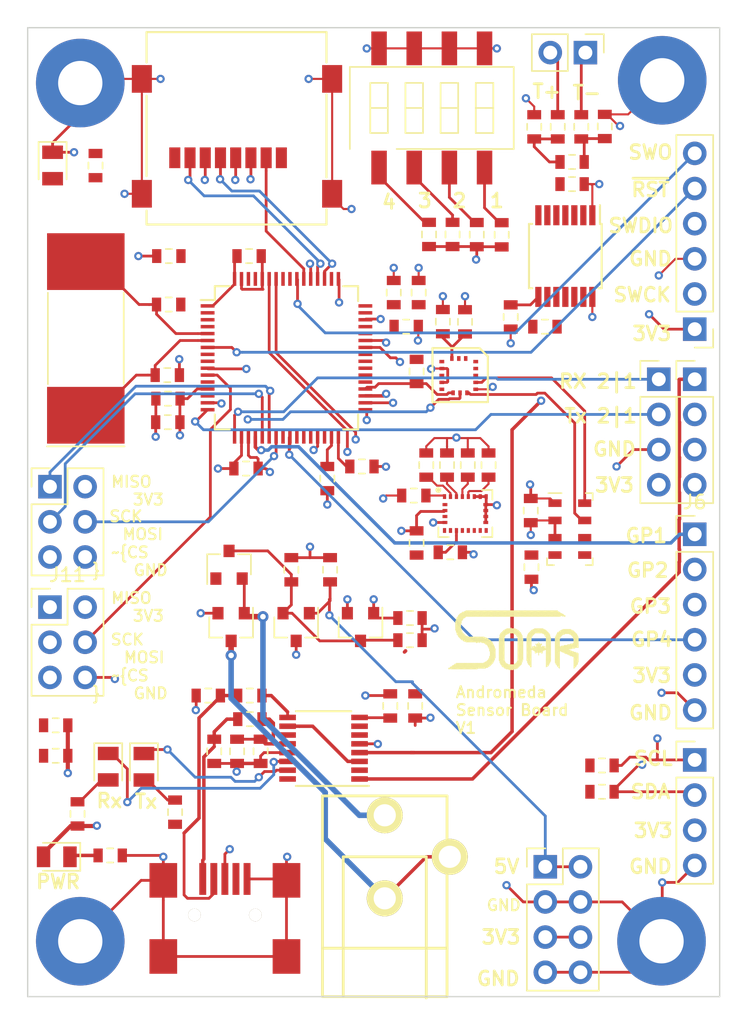
<source format=kicad_pcb>
(kicad_pcb (version 4) (host pcbnew 4.0.7)
  (layers (0 F.Cu signal) (1 In1.Cu power) (2 In2.Cu signal) (31 B.Cu signal) (34 B.Paste user) (35 F.Paste user) (36 B.SilkS user) (37 F.SilkS user) (38 B.Mask user) (39 F.Mask user) (44 Edge.Cuts user))
  (net 0 "")
  (net 1 "Net-(C1-Pad1)")
  (net 2 +3V3)
  (net 3 "Net-(C2-Pad1)")
  (net 4 VBUS)
  (net 5 VDC)
  (net 6 +5V)
  (net 7 "Net-(C10-Pad1)")
  (net 8 "Net-(C11-Pad1)")
  (net 9 "Net-(C12-Pad1)")
  (net 10 "Net-(C14-Pad1)")
  (net 11 "Net-(C23-Pad1)")
  (net 12 "Net-(C24-Pad2)")
  (net 13 "Net-(C28-Pad1)")
  (net 14 "Net-(C29-Pad1)")
  (net 15 "/Power and FTDI/TX_LED")
  (net 16 "Net-(D1-Pad2)")
  (net 17 "/Power and FTDI/RX_LED")
  (net 18 "Net-(D2-Pad2)")
  (net 19 VEXT)
  (net 20 "Net-(D4-Pad1)")
  (net 21 "Net-(D5-Pad2)")
  (net 22 SD_SPI_MISO)
  (net 23 SD_SPI_SCK)
  (net 24 SD_~CS)
  (net 25 SD_SPI_MOSI)
  (net 26 "Net-(J5-Pad2)")
  (net 27 GPIO1)
  (net 28 SWCLK)
  (net 29 SWDIO)
  (net 30 NRST)
  (net 31 SWO)
  (net 32 UART2_RX)
  (net 33 UART2_TX)
  (net 34 UART1_RX)
  (net 35 SPI2_MISO)
  (net 36 SPI2_SCK)
  (net 37 SPI2_MOSI)
  (net 38 SPI2_~CS)
  (net 39 SPI1_MISO)
  (net 40 SPI1_SCK)
  (net 41 SPI1_MOSI)
  (net 42 SPI1_~CS)
  (net 43 I2C1_SCL)
  (net 44 I2C1_SDA)
  (net 45 "Net-(R1-Pad1)")
  (net 46 "Net-(R2-Pad1)")
  (net 47 Accel_~CS)
  (net 48 Therm_~CS)
  (net 49 A/G_~CS)
  (net 50 Baro_~CS)
  (net 51 MAG_~CS)
  (net 52 GPIO10)
  (net 53 GPIO9)
  (net 54 GPIO8)
  (net 55 GPIO7)
  (net 56 GPIO6)
  (net 57 "Net-(U1-Pad10)")
  (net 58 UART1_TX)
  (net 59 MAG_INT)
  (net 60 A/G_INT)
  (net 61 "Net-(C3-Pad1)")
  (net 62 "Net-(J2-Pad2)")
  (net 63 GND)
  (net 64 GPIO4)
  (net 65 "Net-(J5-Pad1)")
  (net 66 GPIO2)
  (net 67 GPIO3)
  (net 68 A_INT)
  (net 69 "Net-(J4-Pad9)")
  (module Capacitor_SMD:C_0603_1608Metric (layer F.Cu) (at 111.6 66.3 90)
    (fp_text reference C21 hide)
    (fp_text value 10uF)
    (pad 1 smd rect (at -0.875 0 90) (size 0.67 1) (layers F.Cu F.Paste F.Mask) (net 2 +3V3))
    (pad 2 smd rect (at 0.875 0 90) (size 0.67 1) (layers F.Cu F.Paste F.Mask) (net 63 GND))
  )
  (module Conn_PinHeader_2.54mm:PinHeader_2x03_P2.54mm_Vertical (layer F.Cu) (at 81.61 86.91)
    (fp_text reference J11 (at 1.27 -2.33) (layer F.SilkS))
    (fp_text value Conn_02x03_Odd_Even)
    (pad 1 thru_hole rect (at 0 0) (size 1.7 1.7) (drill 1) (layers *.Cu *.Mask) (net 35 SPI2_MISO))
    (pad 2 thru_hole oval (at 2.54 0) (size 1.7 1.7) (drill 1) (layers *.Cu *.Mask) (net 2 +3V3))
    (pad 3 thru_hole oval (at 0 2.54) (size 1.7 1.7) (drill 1) (layers *.Cu *.Mask) (net 36 SPI2_SCK))
    (pad 4 thru_hole oval (at 2.54 2.54) (size 1.7 1.7) (drill 1) (layers *.Cu *.Mask) (net 37 SPI2_MOSI))
    (pad 5 thru_hole oval (at 0 5.08) (size 1.7 1.7) (drill 1) (layers *.Cu *.Mask) (net 38 SPI2_~CS))
    (pad 6 thru_hole oval (at 2.54 5.08) (size 1.7 1.7) (drill 1) (layers *.Cu *.Mask) (net 63 GND))
  )
  (module SOAR:LGA-16 (layer F.Cu) (at 111.15 70.2)
    (fp_text reference U5 hide)
    (fp_text value LIS3DH)
    (pad 16 smd rect (at 0.5 -1.25) (size 0.25 0.35) (layers F.Cu F.Paste F.Mask))
    (pad 15 smd rect (at 0 -1.25) (size 0.25 0.35) (layers F.Cu F.Paste F.Mask))
    (pad 14 smd rect (at -0.5 -1.25) (size 0.25 0.35) (layers F.Cu F.Paste F.Mask) (net 2 +3V3))
    (pad 8 smd rect (at -0.41 1.23) (size 0.25 0.35) (layers F.Cu F.Paste F.Mask) (net 47 Accel_~CS))
    (pad 7 smd rect (at 0.09 1.23) (size 0.25 0.35) (layers F.Cu F.Paste F.Mask) (net 35 SPI2_MISO))
    (pad 6 smd rect (at 0.59 1.23) (size 0.25 0.35) (layers F.Cu F.Paste F.Mask) (net 37 SPI2_MOSI))
    (pad 1 smd rect (at 1.225 -1.025 90) (size 0.25 0.35) (layers F.Cu F.Paste F.Mask) (net 2 +3V3))
    (pad 2 smd rect (at 1.225 -0.525 90) (size 0.25 0.35) (layers F.Cu F.Paste F.Mask))
    (pad 3 smd rect (at 1.225 -0.025 90) (size 0.25 0.35) (layers F.Cu F.Paste F.Mask))
    (pad 4 smd rect (at 1.225 0.475 90) (size 0.25 0.35) (layers F.Cu F.Paste F.Mask) (net 36 SPI2_SCK))
    (pad 5 smd rect (at 1.225 0.975 90) (size 0.25 0.35) (layers F.Cu F.Paste F.Mask) (net 63 GND))
    (pad 9 smd rect (at -1.225 0.975) (size 0.35 0.25) (layers F.Cu F.Paste F.Mask))
    (pad 10 smd rect (at -1.225 0.475 90) (size 0.25 0.35) (layers F.Cu F.Paste F.Mask) (net 63 GND))
    (pad 11 smd rect (at -1.225 -0.025 90) (size 0.25 0.35) (layers F.Cu F.Paste F.Mask) (net 68 A_INT))
    (pad 12 smd rect (at -1.225 -0.525 90) (size 0.25 0.35) (layers F.Cu F.Paste F.Mask) (net 63 GND))
    (pad 13 smd rect (at -1.225 -1.025 90) (size 0.25 0.35) (layers F.Cu F.Paste F.Mask))
  )
  (module Crystal:Crystal_SMD_SeikoEpson_MA505-2Pin_12.7x5.1mm (layer F.Cu) (at 84.2 70.1 90)
    (fp_text reference Y1 hide)
    (fp_text value Crystal_8MHz_18pf)
    (pad 1 smd rect (at -2.95 0 90) (size 4.1 5.6) (layers F.Cu F.Paste F.Mask) (net 9 "Net-(C12-Pad1)"))
    (pad 2 smd rect (at 8.15 0 90) (size 4.1 5.6) (layers F.Cu F.Paste F.Mask) (net 10 "Net-(C14-Pad1)"))
  )
  (module SOAR:CUI_PJ-102A (layer F.Cu) (at 105.8 104.95 180)
    (fp_text reference J2 hide)
    (fp_text value Barrel_Jack hide)
    (pad 1 thru_hole circle (at 0 3 180) (size 2.6 2.6) (drill 1.6) (layers *.Cu *.Mask F.SilkS) (net 19 VEXT))
    (pad 2 thru_hole circle (at 0 -3 180) (size 2.6 2.6) (drill 1.6) (layers *.Cu *.Mask F.SilkS) (net 62 "Net-(J2-Pad2)"))
    (pad 3 thru_hole circle (at -4.7 0 180) (size 2.6 2.6) (drill 1.6) (layers *.Cu *.Mask F.SilkS) (net 62 "Net-(J2-Pad2)"))
  )
  (module SOAR:Conn,Molex,Hinged_microSD (layer F.Cu) (at 94.49 54.37)
    (fp_text reference J4 hide)
    (fp_text value Micro_SD_Card)
    (pad 9 smd rect (at 7.51 2.68) (size 1.45 2) (layers F.Cu F.Paste F.Mask) (net 69 "Net-(J4-Pad9)"))
    (pad 9 smd rect (at -6.24 2.68) (size 1.45 2) (layers F.Cu F.Paste F.Mask) (net 69 "Net-(J4-Pad9)"))
    (pad 9 smd rect (at -6.24 -5.62) (size 1.45 2) (layers F.Cu F.Paste F.Mask) (net 69 "Net-(J4-Pad9)"))
    (pad 8 smd rect (at -3.86 0.08) (size 0.8 1.5) (layers F.Cu F.Paste F.Mask))
    (pad 7 smd rect (at -2.76 0.08) (size 0.8 1.5) (layers F.Cu F.Paste F.Mask) (net 22 SD_SPI_MISO))
    (pad 6 smd rect (at -1.66 0.08) (size 0.8 1.5) (layers F.Cu F.Paste F.Mask) (net 63 GND))
    (pad 5 smd rect (at -0.56 0.08) (size 0.8 1.5) (layers F.Cu F.Paste F.Mask) (net 23 SD_SPI_SCK))
    (pad 4 smd rect (at 0.54 0.08) (size 0.8 1.5) (layers F.Cu F.Paste F.Mask) (net 2 +3V3))
    (pad 2 smd rect (at 2.74 0.08) (size 0.8 1.5) (layers F.Cu F.Paste F.Mask) (net 24 SD_~CS))
    (pad 1 smd rect (at 3.84 0.08) (size 0.8 1.5) (layers F.Cu F.Paste F.Mask))
    (pad 3 smd rect (at 1.64 0.08) (size 0.8 1.5) (layers F.Cu F.Paste F.Mask) (net 25 SD_SPI_MOSI))
    (pad 9 smd rect (at 7.51 -5.62) (size 1.45 2) (layers F.Cu F.Paste F.Mask) (net 69 "Net-(J4-Pad9)"))
  )
  (module SOAR:USB-Mini-B (layer F.Cu) (at 94.24992 114.40044 180)
    (fp_text reference J1)
    (fp_text value USB_MINIB)
    (pad 6 smd rect (at 4.45008 2.25044 180) (size 1.99898 2.49936) (layers F.Cu F.Paste F.Mask) (net 63 GND) (clearance 0.14986))
    (pad 6 smd rect (at 4.45008 7.74954 180) (size 1.99898 2.49936) (layers F.Cu F.Paste F.Mask) (net 63 GND))
    (pad 6 smd rect (at -4.45008 7.74954 180) (size 1.99898 2.49936) (layers F.Cu F.Paste F.Mask) (net 63 GND))
    (pad 6 smd rect (at -4.45008 2.25044 180) (size 1.99898 2.49936) (layers F.Cu F.Paste F.Mask) (net 63 GND))
    (pad "" thru_hole circle (at 2.19964 5.25018 180) (size 0.90932 0.90932) (drill 0.89916) (layers *.Cu *.Mask F.SilkS) (clearance 0.14986))
    (pad "" thru_hole circle (at -2.19964 5.25018 180) (size 0.90932 0.90932) (drill 0.89916) (layers *.Cu *.Mask F.SilkS) (clearance 0.14986))
    (pad 5 smd rect (at -1.6002 7.85114 180) (size 0.50038 2.30124) (layers F.Cu F.Paste F.Mask) (net 63 GND) (clearance 0.14986))
    (pad 4 smd rect (at -0.8001 7.85114 180) (size 0.50038 2.30124) (layers F.Cu F.Paste F.Mask) (clearance 0.14986))
    (pad 3 smd rect (at 0 7.85114 180) (size 0.50038 2.30124) (layers F.Cu F.Paste F.Mask) (net 3 "Net-(C2-Pad1)") (clearance 0.14986))
    (pad 2 smd rect (at 0.8001 7.85114 180) (size 0.50038 2.30124) (layers F.Cu F.Paste F.Mask) (net 1 "Net-(C1-Pad1)") (clearance 0.14986))
    (pad 1 smd rect (at 1.6002 7.85114 180) (size 0.50038 2.30124) (layers F.Cu F.Paste F.Mask) (net 61 "Net-(C3-Pad1)") (clearance 0.14986))
  )
  (module Conn_PinHeader_2.54mm:PinHeader_1x06_P2.54mm_Vertical (layer F.Cu) (at 128.2 66.83 180)
    (fp_text reference J7 hide)
    (fp_text value Conn_01x06)
    (pad 1 thru_hole rect (at 0 0 180) (size 1.7 1.7) (drill 1) (layers *.Cu *.Mask) (net 2 +3V3))
    (pad 2 thru_hole oval (at 0 2.54 180) (size 1.7 1.7) (drill 1) (layers *.Cu *.Mask) (net 28 SWCLK))
    (pad 3 thru_hole oval (at 0 5.08 180) (size 1.7 1.7) (drill 1) (layers *.Cu *.Mask) (net 63 GND))
    (pad 4 thru_hole oval (at 0 7.62 180) (size 1.7 1.7) (drill 1) (layers *.Cu *.Mask) (net 29 SWDIO))
    (pad 5 thru_hole oval (at 0 10.16 180) (size 1.7 1.7) (drill 1) (layers *.Cu *.Mask) (net 30 NRST))
    (pad 6 thru_hole oval (at 0 12.7 180) (size 1.7 1.7) (drill 1) (layers *.Cu *.Mask) (net 31 SWO))
  )
  (module Conn_PinHeader_2.54mm:PinHeader_1x04_P2.54mm_Vertical (layer F.Cu) (at 128.2 70.45)
    (fp_text reference J9 hide)
    (fp_text value Conn_01x04)
    (pad 1 thru_hole rect (at 0 0) (size 1.7 1.7) (drill 1) (layers *.Cu *.Mask) (net 34 UART1_RX))
    (pad 2 thru_hole oval (at 0 2.54) (size 1.7 1.7) (drill 1) (layers *.Cu *.Mask) (net 58 UART1_TX))
    (pad 3 thru_hole oval (at 0 5.08) (size 1.7 1.7) (drill 1) (layers *.Cu *.Mask) (net 63 GND))
    (pad 4 thru_hole oval (at 0 7.62) (size 1.7 1.7) (drill 1) (layers *.Cu *.Mask) (net 2 +3V3))
  )
  (module Conn_PinHeader_2.54mm:PinHeader_2x03_P2.54mm_Vertical (layer F.Cu) (at 81.61 78.21)
    (fp_text reference J12 hide)
    (fp_text value Conn_02x03_Odd_Even)
    (pad 1 thru_hole rect (at 0 0) (size 1.7 1.7) (drill 1) (layers *.Cu *.Mask) (net 39 SPI1_MISO))
    (pad 2 thru_hole oval (at 2.54 0) (size 1.7 1.7) (drill 1) (layers *.Cu *.Mask) (net 2 +3V3))
    (pad 3 thru_hole oval (at 0 2.54) (size 1.7 1.7) (drill 1) (layers *.Cu *.Mask) (net 40 SPI1_SCK))
    (pad 4 thru_hole oval (at 2.54 2.54) (size 1.7 1.7) (drill 1) (layers *.Cu *.Mask) (net 41 SPI1_MOSI))
    (pad 5 thru_hole oval (at 0 5.08) (size 1.7 1.7) (drill 1) (layers *.Cu *.Mask) (net 42 SPI1_~CS))
    (pad 6 thru_hole oval (at 2.54 5.08) (size 1.7 1.7) (drill 1) (layers *.Cu *.Mask) (net 63 GND))
  )
  (module Button_Switch_SMD:SW_DIP_x4_W8.61mm_Slide_LowProfile (layer F.Cu) (at 109.2 50.85 90)
    (fp_text reference SW1 hide)
    (fp_text value SW_DIP_x04)
    (pad 1 smd rect (at -4.305 -3.81 90) (size 2.44 1.12) (layers F.Cu F.Paste F.Mask) (net 55 GPIO7))
    (pad 5 smd rect (at 4.305 3.81 90) (size 2.44 1.12) (layers F.Cu F.Paste F.Mask) (net 63 GND))
    (pad 2 smd rect (at -4.305 -1.27 90) (size 2.44 1.12) (layers F.Cu F.Paste F.Mask) (net 54 GPIO8))
    (pad 6 smd rect (at 4.305 1.27 90) (size 2.44 1.12) (layers F.Cu F.Paste F.Mask) (net 63 GND))
    (pad 3 smd rect (at -4.305 1.27 90) (size 2.44 1.12) (layers F.Cu F.Paste F.Mask) (net 53 GPIO9))
    (pad 7 smd rect (at 4.305 -1.27 90) (size 2.44 1.12) (layers F.Cu F.Paste F.Mask) (net 63 GND))
    (pad 4 smd rect (at -4.305 3.81 90) (size 2.44 1.12) (layers F.Cu F.Paste F.Mask) (net 52 GPIO10))
    (pad 8 smd rect (at 4.305 -3.81 90) (size 2.44 1.12) (layers F.Cu F.Paste F.Mask) (net 63 GND))
  )
  (module Package_SSOP:SSOP-16_3.9x4.9mm_P0.635mm (layer F.Cu) (at 101.380254 97.104226 180)
    (fp_text reference U1 hide)
    (fp_text value FT230XS)
    (pad 1 smd rect (at -2.6 -2.2225 180) (size 1.2 0.4) (layers F.Cu F.Paste F.Mask) (net 34 UART1_RX))
    (pad 2 smd rect (at -2.6 -1.5875 180) (size 1.2 0.4) (layers F.Cu F.Paste F.Mask))
    (pad 3 smd rect (at -2.6 -0.9525 180) (size 1.2 0.4) (layers F.Cu F.Paste F.Mask) (net 57 "Net-(U1-Pad10)"))
    (pad 4 smd rect (at -2.6 -0.3175 180) (size 1.2 0.4) (layers F.Cu F.Paste F.Mask) (net 58 UART1_TX))
    (pad 5 smd rect (at -2.6 0.3175 180) (size 1.2 0.4) (layers F.Cu F.Paste F.Mask) (net 63 GND))
    (pad 6 smd rect (at -2.6 0.9525 180) (size 1.2 0.4) (layers F.Cu F.Paste F.Mask))
    (pad 7 smd rect (at -2.6 1.5875 180) (size 1.2 0.4) (layers F.Cu F.Paste F.Mask))
    (pad 8 smd rect (at -2.6 2.2225 180) (size 1.2 0.4) (layers F.Cu F.Paste F.Mask) (net 46 "Net-(R2-Pad1)"))
    (pad 9 smd rect (at 2.6 2.2225 180) (size 1.2 0.4) (layers F.Cu F.Paste F.Mask) (net 45 "Net-(R1-Pad1)"))
    (pad 10 smd rect (at 2.6 1.5875 180) (size 1.2 0.4) (layers F.Cu F.Paste F.Mask) (net 57 "Net-(U1-Pad10)"))
    (pad 11 smd rect (at 2.6 0.9525 180) (size 1.2 0.4) (layers F.Cu F.Paste F.Mask))
    (pad 12 smd rect (at 2.6 0.3175 180) (size 1.2 0.4) (layers F.Cu F.Paste F.Mask) (net 4 VBUS))
    (pad 13 smd rect (at 2.6 -0.3175 180) (size 1.2 0.4) (layers F.Cu F.Paste F.Mask) (net 63 GND))
    (pad 14 smd rect (at 2.6 -0.9525 180) (size 1.2 0.4) (layers F.Cu F.Paste F.Mask) (net 17 "/Power and FTDI/RX_LED"))
    (pad 15 smd rect (at 2.6 -1.5875 180) (size 1.2 0.4) (layers F.Cu F.Paste F.Mask) (net 15 "/Power and FTDI/TX_LED"))
    (pad 16 smd rect (at 2.6 -2.2225 180) (size 1.2 0.4) (layers F.Cu F.Paste F.Mask))
  )
  (module Package_QFP:LQFP-64_10x10mm_P0.5mm (layer F.Cu) (at 98.7 68.9)
    (fp_text reference U4 hide)
    (fp_text value STM32F405R)
    (pad 1 smd rect (at -5.7 -3.75) (size 1 0.25) (layers F.Cu F.Paste F.Mask) (net 2 +3V3))
    (pad 2 smd rect (at -5.7 -3.25) (size 1 0.25) (layers F.Cu F.Paste F.Mask) (net 56 GPIO6))
    (pad 3 smd rect (at -5.7 -2.75) (size 1 0.25) (layers F.Cu F.Paste F.Mask))
    (pad 4 smd rect (at -5.7 -2.25) (size 1 0.25) (layers F.Cu F.Paste F.Mask))
    (pad 5 smd rect (at -5.7 -1.75) (size 1 0.25) (layers F.Cu F.Paste F.Mask) (net 10 "Net-(C14-Pad1)"))
    (pad 6 smd rect (at -5.7 -1.25) (size 1 0.25) (layers F.Cu F.Paste F.Mask) (net 9 "Net-(C12-Pad1)"))
    (pad 7 smd rect (at -5.7 -0.75) (size 1 0.25) (layers F.Cu F.Paste F.Mask) (net 30 NRST))
    (pad 8 smd rect (at -5.7 -0.25) (size 1 0.25) (layers F.Cu F.Paste F.Mask))
    (pad 9 smd rect (at -5.7 0.25) (size 1 0.25) (layers F.Cu F.Paste F.Mask))
    (pad 10 smd rect (at -5.7 0.75) (size 1 0.25) (layers F.Cu F.Paste F.Mask) (net 35 SPI2_MISO))
    (pad 11 smd rect (at -5.7 1.25) (size 1 0.25) (layers F.Cu F.Paste F.Mask) (net 37 SPI2_MOSI))
    (pad 12 smd rect (at -5.7 1.75) (size 1 0.25) (layers F.Cu F.Paste F.Mask) (net 63 GND))
    (pad 13 smd rect (at -5.7 2.25) (size 1 0.25) (layers F.Cu F.Paste F.Mask) (net 2 +3V3))
    (pad 14 smd rect (at -5.7 2.75) (size 1 0.25) (layers F.Cu F.Paste F.Mask))
    (pad 15 smd rect (at -5.7 3.25) (size 1 0.25) (layers F.Cu F.Paste F.Mask) (net 42 SPI1_~CS))
    (pad 16 smd rect (at -5.7 3.75) (size 1 0.25) (layers F.Cu F.Paste F.Mask) (net 33 UART2_TX))
    (pad 17 smd rect (at -3.75 5.7 90) (size 1 0.25) (layers F.Cu F.Paste F.Mask) (net 32 UART2_RX))
    (pad 18 smd rect (at -3.25 5.7 90) (size 1 0.25) (layers F.Cu F.Paste F.Mask) (net 63 GND))
    (pad 19 smd rect (at -2.75 5.7 90) (size 1 0.25) (layers F.Cu F.Paste F.Mask) (net 2 +3V3))
    (pad 20 smd rect (at -2.25 5.7 90) (size 1 0.25) (layers F.Cu F.Paste F.Mask) (net 27 GPIO1))
    (pad 21 smd rect (at -1.75 5.7 90) (size 1 0.25) (layers F.Cu F.Paste F.Mask) (net 40 SPI1_SCK))
    (pad 22 smd rect (at -1.25 5.7 90) (size 1 0.25) (layers F.Cu F.Paste F.Mask) (net 39 SPI1_MISO))
    (pad 23 smd rect (at -0.75 5.7 90) (size 1 0.25) (layers F.Cu F.Paste F.Mask) (net 41 SPI1_MOSI))
    (pad 24 smd rect (at -0.25 5.7 90) (size 1 0.25) (layers F.Cu F.Paste F.Mask) (net 50 Baro_~CS))
    (pad 25 smd rect (at 0.25 5.7 90) (size 1 0.25) (layers F.Cu F.Paste F.Mask) (net 64 GPIO4))
    (pad 26 smd rect (at 0.75 5.7 90) (size 1 0.25) (layers F.Cu F.Paste F.Mask) (net 59 MAG_INT))
    (pad 27 smd rect (at 1.25 5.7 90) (size 1 0.25) (layers F.Cu F.Paste F.Mask) (net 60 A/G_INT))
    (pad 28 smd rect (at 1.75 5.7 90) (size 1 0.25) (layers F.Cu F.Paste F.Mask) (net 51 MAG_~CS))
    (pad 29 smd rect (at 2.25 5.7 90) (size 1 0.25) (layers F.Cu F.Paste F.Mask) (net 36 SPI2_SCK))
    (pad 30 smd rect (at 2.75 5.7 90) (size 1 0.25) (layers F.Cu F.Paste F.Mask) (net 49 A/G_~CS))
    (pad 31 smd rect (at 3.25 5.7 90) (size 1 0.25) (layers F.Cu F.Paste F.Mask) (net 8 "Net-(C11-Pad1)"))
    (pad 32 smd rect (at 3.75 5.7 90) (size 1 0.25) (layers F.Cu F.Paste F.Mask) (net 2 +3V3))
    (pad 33 smd rect (at 5.7 3.75) (size 1 0.25) (layers F.Cu F.Paste F.Mask) (net 38 SPI2_~CS))
    (pad 34 smd rect (at 5.7 3.25) (size 1 0.25) (layers F.Cu F.Paste F.Mask) (net 67 GPIO3))
    (pad 35 smd rect (at 5.7 2.75) (size 1 0.25) (layers F.Cu F.Paste F.Mask) (net 66 GPIO2))
    (pad 36 smd rect (at 5.7 2.25) (size 1 0.25) (layers F.Cu F.Paste F.Mask) (net 47 Accel_~CS))
    (pad 37 smd rect (at 5.7 1.75) (size 1 0.25) (layers F.Cu F.Paste F.Mask) (net 52 GPIO10))
    (pad 38 smd rect (at 5.7 1.25) (size 1 0.25) (layers F.Cu F.Paste F.Mask) (net 68 A_INT))
    (pad 39 smd rect (at 5.7 0.75) (size 1 0.25) (layers F.Cu F.Paste F.Mask) (net 53 GPIO9))
    (pad 40 smd rect (at 5.7 0.25) (size 1 0.25) (layers F.Cu F.Paste F.Mask) (net 54 GPIO8))
    (pad 41 smd rect (at 5.7 -0.25) (size 1 0.25) (layers F.Cu F.Paste F.Mask) (net 55 GPIO7))
    (pad 42 smd rect (at 5.7 -0.75) (size 1 0.25) (layers F.Cu F.Paste F.Mask) (net 58 UART1_TX))
    (pad 43 smd rect (at 5.7 -1.25) (size 1 0.25) (layers F.Cu F.Paste F.Mask) (net 34 UART1_RX))
    (pad 44 smd rect (at 5.7 -1.75) (size 1 0.25) (layers F.Cu F.Paste F.Mask) (net 48 Therm_~CS))
    (pad 45 smd rect (at 5.7 -2.25) (size 1 0.25) (layers F.Cu F.Paste F.Mask))
    (pad 46 smd rect (at 5.7 -2.75) (size 1 0.25) (layers F.Cu F.Paste F.Mask) (net 29 SWDIO))
    (pad 47 smd rect (at 5.7 -3.25) (size 1 0.25) (layers F.Cu F.Paste F.Mask) (net 7 "Net-(C10-Pad1)"))
    (pad 48 smd rect (at 5.7 -3.75) (size 1 0.25) (layers F.Cu F.Paste F.Mask) (net 2 +3V3))
    (pad 49 smd rect (at 3.75 -5.7 90) (size 1 0.25) (layers F.Cu F.Paste F.Mask) (net 28 SWCLK))
    (pad 50 smd rect (at 3.25 -5.7 90) (size 1 0.25) (layers F.Cu F.Paste F.Mask))
    (pad 51 smd rect (at 2.75 -5.7 90) (size 1 0.25) (layers F.Cu F.Paste F.Mask) (net 23 SD_SPI_SCK))
    (pad 52 smd rect (at 2.25 -5.7 90) (size 1 0.25) (layers F.Cu F.Paste F.Mask) (net 22 SD_SPI_MISO))
    (pad 53 smd rect (at 1.75 -5.7 90) (size 1 0.25) (layers F.Cu F.Paste F.Mask) (net 25 SD_SPI_MOSI))
    (pad 54 smd rect (at 1.25 -5.7 90) (size 1 0.25) (layers F.Cu F.Paste F.Mask) (net 24 SD_~CS))
    (pad 55 smd rect (at 0.75 -5.7 90) (size 1 0.25) (layers F.Cu F.Paste F.Mask) (net 31 SWO))
    (pad 56 smd rect (at 0.25 -5.7 90) (size 1 0.25) (layers F.Cu F.Paste F.Mask))
    (pad 57 smd rect (at -0.25 -5.7 90) (size 1 0.25) (layers F.Cu F.Paste F.Mask))
    (pad 58 smd rect (at -0.75 -5.7 90) (size 1 0.25) (layers F.Cu F.Paste F.Mask) (net 43 I2C1_SCL))
    (pad 59 smd rect (at -1.25 -5.7 90) (size 1 0.25) (layers F.Cu F.Paste F.Mask) (net 44 I2C1_SDA))
    (pad 60 smd rect (at -1.75 -5.7 90) (size 1 0.25) (layers F.Cu F.Paste F.Mask) (net 63 GND))
    (pad 61 smd rect (at -2.25 -5.7 90) (size 1 0.25) (layers F.Cu F.Paste F.Mask))
    (pad 62 smd rect (at -2.75 -5.7 90) (size 1 0.25) (layers F.Cu F.Paste F.Mask))
    (pad 63 smd rect (at -3.25 -5.7 90) (size 1 0.25) (layers F.Cu F.Paste F.Mask) (net 63 GND))
    (pad 64 smd rect (at -3.75 -5.7 90) (size 1 0.25) (layers F.Cu F.Paste F.Mask) (net 2 +3V3))
  )
  (module Package_SSOP:TSSOP-14_4.4x5mm_P0.65mm (layer F.Cu) (at 118.85 61.55 270)
    (fp_text reference U6 hide)
    (fp_text value MAX31856)
    (pad 1 smd rect (at -2.95 -1.95 270) (size 1.45 0.45) (layers F.Cu F.Paste F.Mask) (net 63 GND))
    (pad 2 smd rect (at -2.95 -1.3 270) (size 1.45 0.45) (layers F.Cu F.Paste F.Mask) (net 65 "Net-(J5-Pad1)"))
    (pad 3 smd rect (at -2.95 -0.65 270) (size 1.45 0.45) (layers F.Cu F.Paste F.Mask) (net 11 "Net-(C23-Pad1)"))
    (pad 4 smd rect (at -2.95 0 270) (size 1.45 0.45) (layers F.Cu F.Paste F.Mask) (net 12 "Net-(C24-Pad2)"))
    (pad 5 smd rect (at -2.95 0.65 270) (size 1.45 0.45) (layers F.Cu F.Paste F.Mask) (net 2 +3V3))
    (pad 6 smd rect (at -2.95 1.3 270) (size 1.45 0.45) (layers F.Cu F.Paste F.Mask))
    (pad 7 smd rect (at -2.95 1.95 270) (size 1.45 0.45) (layers F.Cu F.Paste F.Mask))
    (pad 8 smd rect (at 2.95 1.95 270) (size 1.45 0.45) (layers F.Cu F.Paste F.Mask) (net 2 +3V3))
    (pad 9 smd rect (at 2.95 1.3 270) (size 1.45 0.45) (layers F.Cu F.Paste F.Mask) (net 48 Therm_~CS))
    (pad 10 smd rect (at 2.95 0.65 270) (size 1.45 0.45) (layers F.Cu F.Paste F.Mask) (net 40 SPI1_SCK))
    (pad 11 smd rect (at 2.95 0 270) (size 1.45 0.45) (layers F.Cu F.Paste F.Mask) (net 39 SPI1_MISO))
    (pad 12 smd rect (at 2.95 -0.65 270) (size 1.45 0.45) (layers F.Cu F.Paste F.Mask) (net 41 SPI1_MOSI))
    (pad 13 smd rect (at 2.95 -1.3 270) (size 1.45 0.45) (layers F.Cu F.Paste F.Mask))
    (pad 14 smd rect (at 2.95 -1.95 270) (size 1.45 0.45) (layers F.Cu F.Paste F.Mask) (net 63 GND))
  )
  (module Package_LGA:LGA-24L_3x3.5mm_P0.43mm (layer F.Cu) (at 111.625 80.15)
    (fp_text reference U7 hide)
    (fp_text value LSM9DS1)
    (pad 1 smd rect (at -1.505 -1.225) (size 0.23 0.35) (layers F.Cu F.Paste F.Mask) (net 2 +3V3))
    (pad 2 smd rect (at -1.475 -0.645) (size 0.35 0.23) (layers F.Cu F.Paste F.Mask) (net 40 SPI1_SCK))
    (pad 17 smd rect (at 1.475 -0.645) (size 0.35 0.23) (layers F.Cu F.Paste F.Mask) (net 63 GND))
    (pad 3 smd rect (at -1.475 -0.215) (size 0.35 0.23) (layers F.Cu F.Paste F.Mask) (net 2 +3V3))
    (pad 16 smd rect (at 1.475 -0.215) (size 0.35 0.23) (layers F.Cu F.Paste F.Mask) (net 63 GND))
    (pad 4 smd rect (at -1.475 0.215) (size 0.35 0.23) (layers F.Cu F.Paste F.Mask) (net 41 SPI1_MOSI))
    (pad 15 smd rect (at 1.475 0.215) (size 0.35 0.23) (layers F.Cu F.Paste F.Mask) (net 63 GND))
    (pad 5 smd rect (at -1.475 0.645) (size 0.35 0.23) (layers F.Cu F.Paste F.Mask) (net 39 SPI1_MISO))
    (pad 14 smd rect (at 1.475 0.645) (size 0.35 0.23) (layers F.Cu F.Paste F.Mask) (net 63 GND))
    (pad 24 smd rect (at -1.075 -1.225) (size 0.23 0.35) (layers F.Cu F.Paste F.Mask) (net 14 "Net-(C29-Pad1)"))
    (pad 23 smd rect (at -0.645 -1.225) (size 0.23 0.35) (layers F.Cu F.Paste F.Mask) (net 2 +3V3))
    (pad 22 smd rect (at -0.215 -1.225) (size 0.23 0.35) (layers F.Cu F.Paste F.Mask) (net 2 +3V3))
    (pad 21 smd rect (at 0.215 -1.225) (size 0.23 0.35) (layers F.Cu F.Paste F.Mask) (net 13 "Net-(C28-Pad1)"))
    (pad 20 smd rect (at 0.645 -1.225) (size 0.23 0.35) (layers F.Cu F.Paste F.Mask) (net 63 GND))
    (pad 19 smd rect (at 1.075 -1.225) (size 0.23 0.35) (layers F.Cu F.Paste F.Mask) (net 63 GND))
    (pad 18 smd rect (at 1.505 -1.225) (size 0.23 0.35) (layers F.Cu F.Paste F.Mask) (net 63 GND))
    (pad 6 smd rect (at -1.505 1.225) (size 0.23 0.35) (layers F.Cu F.Paste F.Mask) (net 39 SPI1_MISO))
    (pad 7 smd rect (at -1.075 1.225) (size 0.23 0.35) (layers F.Cu F.Paste F.Mask) (net 49 A/G_~CS))
    (pad 8 smd rect (at -0.645 1.225) (size 0.23 0.35) (layers F.Cu F.Paste F.Mask) (net 51 MAG_~CS))
    (pad 9 smd rect (at -0.215 1.225) (size 0.23 0.35) (layers F.Cu F.Paste F.Mask))
    (pad 10 smd rect (at 0.215 1.225) (size 0.23 0.35) (layers F.Cu F.Paste F.Mask) (net 59 MAG_INT))
    (pad 11 smd rect (at 0.645 1.225) (size 0.23 0.35) (layers F.Cu F.Paste F.Mask) (net 60 A/G_INT))
    (pad 12 smd rect (at 1.075 1.225) (size 0.23 0.35) (layers F.Cu F.Paste F.Mask))
    (pad 13 smd rect (at 1.505 1.225) (size 0.23 0.35) (layers F.Cu F.Paste F.Mask))
  )
  (module Package_LGA:LGA-8_3x5mm_P1.25mm (layer F.Cu) (at 119.175 81.275)
    (fp_text reference U8 hide)
    (fp_text value MS5607)
    (pad 4 smd rect (at -1.075 1.875) (size 0.95 0.55) (layers F.Cu F.Paste F.Mask) (net 50 Baro_~CS))
    (pad 1 smd rect (at -1.075 -1.875) (size 0.95 0.55) (layers F.Cu F.Paste F.Mask) (net 2 +3V3))
    (pad 2 smd rect (at -1.075 -0.625) (size 0.95 0.55) (layers F.Cu F.Paste F.Mask) (net 63 GND))
    (pad 3 smd rect (at -1.075 0.625) (size 0.95 0.55) (layers F.Cu F.Paste F.Mask) (net 63 GND))
    (pad 8 smd rect (at 1.075 -1.875) (size 0.95 0.55) (layers F.Cu F.Paste F.Mask) (net 36 SPI2_SCK))
    (pad 7 smd rect (at 1.075 -0.625) (size 0.95 0.55) (layers F.Cu F.Paste F.Mask) (net 37 SPI2_MOSI))
    (pad 6 smd rect (at 1.075 0.625) (size 0.95 0.55) (layers F.Cu F.Paste F.Mask) (net 35 SPI2_MISO))
    (pad 5 smd rect (at 1.075 1.875) (size 0.95 0.55) (layers F.Cu F.Paste F.Mask) (net 50 Baro_~CS))
  )
  (module Conn_PinHeader_2.54mm:PinHeader_2x04_P2.54mm_Vertical (layer F.Cu) (at 117.4 105.67)
    (fp_text reference J3 hide)
    (fp_text value Conn_02x04_Odd_Even)
    (pad 1 thru_hole rect (at 0 0) (size 1.7 1.7) (drill 1) (layers *.Cu *.Mask) (net 6 +5V))
    (pad 2 thru_hole oval (at 2.54 0) (size 1.7 1.7) (drill 1) (layers *.Cu *.Mask) (net 6 +5V))
    (pad 3 thru_hole oval (at 0 2.54) (size 1.7 1.7) (drill 1) (layers *.Cu *.Mask) (net 63 GND))
    (pad 4 thru_hole oval (at 2.54 2.54) (size 1.7 1.7) (drill 1) (layers *.Cu *.Mask) (net 63 GND))
    (pad 5 thru_hole oval (at 0 5.08) (size 1.7 1.7) (drill 1) (layers *.Cu *.Mask) (net 2 +3V3))
    (pad 6 thru_hole oval (at 2.54 5.08) (size 1.7 1.7) (drill 1) (layers *.Cu *.Mask) (net 2 +3V3))
    (pad 7 thru_hole oval (at 0 7.62) (size 1.7 1.7) (drill 1) (layers *.Cu *.Mask) (net 63 GND))
    (pad 8 thru_hole oval (at 2.54 7.62) (size 1.7 1.7) (drill 1) (layers *.Cu *.Mask) (net 63 GND))
  )
  (module Conn_PinHeader_2.54mm:PinHeader_1x02_P2.54mm_Vertical (layer F.Cu) (at 120.3 46.85 270)
    (fp_text reference J5 hide)
    (fp_text value Conn_01x02)
    (pad 1 thru_hole rect (at 0 0 270) (size 1.7 1.7) (drill 1) (layers *.Cu *.Mask) (net 65 "Net-(J5-Pad1)"))
    (pad 2 thru_hole oval (at 0 2.54 270) (size 1.7 1.7) (drill 1) (layers *.Cu *.Mask) (net 26 "Net-(J5-Pad2)"))
  )
  (module Conn_PinHeader_2.54mm:PinHeader_1x06_P2.54mm_Vertical (layer F.Cu) (at 128.2 81.65)
    (fp_text reference J6 (at 0 -2.33) (layer F.SilkS))
    (fp_text value Conn_01x06)
    (pad 1 thru_hole rect (at 0 0) (size 1.7 1.7) (drill 1) (layers *.Cu *.Mask) (net 27 GPIO1))
    (pad 2 thru_hole oval (at 0 2.54) (size 1.7 1.7) (drill 1) (layers *.Cu *.Mask) (net 66 GPIO2))
    (pad 3 thru_hole oval (at 0 5.08) (size 1.7 1.7) (drill 1) (layers *.Cu *.Mask) (net 67 GPIO3))
    (pad 4 thru_hole oval (at 0 7.62) (size 1.7 1.7) (drill 1) (layers *.Cu *.Mask) (net 64 GPIO4))
    (pad 5 thru_hole oval (at 0 10.16) (size 1.7 1.7) (drill 1) (layers *.Cu *.Mask) (net 2 +3V3))
    (pad 6 thru_hole oval (at 0 12.7) (size 1.7 1.7) (drill 1) (layers *.Cu *.Mask) (net 63 GND))
  )
  (module Conn_PinHeader_2.54mm:PinHeader_1x04_P2.54mm_Vertical (layer F.Cu) (at 125.6 70.45)
    (fp_text reference J8 hide)
    (fp_text value Conn_01x04)
    (pad 1 thru_hole rect (at 0 0) (size 1.7 1.7) (drill 1) (layers *.Cu *.Mask) (net 32 UART2_RX))
    (pad 2 thru_hole oval (at 0 2.54) (size 1.7 1.7) (drill 1) (layers *.Cu *.Mask) (net 33 UART2_TX))
    (pad 3 thru_hole oval (at 0 5.08) (size 1.7 1.7) (drill 1) (layers *.Cu *.Mask) (net 63 GND))
    (pad 4 thru_hole oval (at 0 7.62) (size 1.7 1.7) (drill 1) (layers *.Cu *.Mask) (net 2 +3V3))
  )
  (module Conn_PinHeader_2.54mm:PinHeader_1x04_P2.54mm_Vertical (layer F.Cu) (at 128.2 97.95)
    (fp_text reference J13 hide)
    (fp_text value Conn_01x04)
    (pad 1 thru_hole rect (at 0 0) (size 1.7 1.7) (drill 1) (layers *.Cu *.Mask) (net 43 I2C1_SCL))
    (pad 2 thru_hole oval (at 0 2.54) (size 1.7 1.7) (drill 1) (layers *.Cu *.Mask) (net 44 I2C1_SDA))
    (pad 3 thru_hole oval (at 0 5.08) (size 1.7 1.7) (drill 1) (layers *.Cu *.Mask) (net 2 +3V3))
    (pad 4 thru_hole oval (at 0 7.62) (size 1.7 1.7) (drill 1) (layers *.Cu *.Mask) (net 63 GND))
  )
  (module MountingHole:MountingHole_3.2mm_M3_Pad (layer F.Cu) (at 125.85 48.85)
    (fp_text reference MK1 hide)
    (fp_text value Mounting_Hole_PAD)
    (pad 1 thru_hole circle (at 0 0) (size 6.4 6.4) (drill 3.2) (layers *.Cu *.Mask) (net 63 GND))
  )
  (module MountingHole:MountingHole_3.2mm_M3_Pad (layer F.Cu) (at 125.8 111.05)
    (fp_text reference MK2 hide)
    (fp_text value Mounting_Hole_PAD)
    (pad 1 thru_hole circle (at 0 0) (size 6.4 6.4) (drill 3.2) (layers *.Cu *.Mask) (net 63 GND))
  )
  (module MountingHole:MountingHole_3.2mm_M3_Pad (layer F.Cu) (at 83.8 49.05)
    (fp_text reference MK3 hide)
    (fp_text value Mounting_Hole_PAD)
    (pad 1 thru_hole circle (at 0 0) (size 6.4 6.4) (drill 3.2) (layers *.Cu *.Mask) (net 63 GND))
  )
  (module MountingHole:MountingHole_3.2mm_M3_Pad (layer F.Cu) (at 83.8 111.05)
    (fp_text reference MK4 hide)
    (fp_text value Mounting_Hole_PAD)
    (pad 1 thru_hole circle (at 0 0) (size 6.4 6.4) (drill 3.2) (layers *.Cu *.Mask) (net 63 GND))
  )
  (module Capacitor_SMD:C_0603_1608Metric (layer F.Cu) (at 93.05 93.3 180)
    (fp_text reference C1 hide)
    (fp_text value 47pF)
    (pad 1 smd rect (at -0.875 0 180) (size 0.67 1) (layers F.Cu F.Paste F.Mask) (net 1 "Net-(C1-Pad1)"))
    (pad 2 smd rect (at 0.875 0 180) (size 0.67 1) (layers F.Cu F.Paste F.Mask) (net 63 GND))
  )
  (module Capacitor_SMD:C_0603_1608Metric (layer F.Cu) (at 108 94.05 270)
    (fp_text reference C2 hide)
    (fp_text value 47pF)
    (pad 1 smd rect (at -0.875 0 270) (size 0.67 1) (layers F.Cu F.Paste F.Mask) (net 3 "Net-(C2-Pad1)"))
    (pad 2 smd rect (at 0.875 0 270) (size 0.67 1) (layers F.Cu F.Paste F.Mask) (net 63 GND))
  )
  (module Capacitor_SMD:C_0603_1608Metric (layer F.Cu) (at 93.480254 97.329226 270)
    (fp_text reference C3 hide)
    (fp_text value 10nF)
    (pad 1 smd rect (at -0.875 0 270) (size 0.67 1) (layers F.Cu F.Paste F.Mask) (net 61 "Net-(C3-Pad1)"))
    (pad 2 smd rect (at 0.875 0 270) (size 0.67 1) (layers F.Cu F.Paste F.Mask) (net 63 GND))
  )
  (module Capacitor_SMD:C_0603_1608Metric (layer F.Cu) (at 95.130254 97.329226 270)
    (fp_text reference C4 hide)
    (fp_text value 4.7uF)
    (pad 1 smd rect (at -0.875 0 270) (size 0.67 1) (layers F.Cu F.Paste F.Mask) (net 4 VBUS))
    (pad 2 smd rect (at 0.875 0 270) (size 0.67 1) (layers F.Cu F.Paste F.Mask) (net 63 GND))
  )
  (module Capacitor_SMD:C_0603_1608Metric (layer F.Cu) (at 96.830254 97.329226 270)
    (fp_text reference C5 hide)
    (fp_text value 100nF)
    (pad 1 smd rect (at -0.875 0 270) (size 0.67 1) (layers F.Cu F.Paste F.Mask) (net 4 VBUS))
    (pad 2 smd rect (at 0.875 0 270) (size 0.67 1) (layers F.Cu F.Paste F.Mask) (net 63 GND))
  )
  (module Capacitor_SMD:C_0603_1608Metric (layer F.Cu) (at 107.625 89.3)
    (fp_text reference C6 hide)
    (fp_text value 1uF)
    (pad 1 smd rect (at -0.875 0) (size 0.67 1) (layers F.Cu F.Paste F.Mask) (net 5 VDC))
    (pad 2 smd rect (at 0.875 0) (size 0.67 1) (layers F.Cu F.Paste F.Mask) (net 63 GND))
  )
  (module Capacitor_SMD:C_0603_1608Metric (layer F.Cu) (at 99.05 84.2125 90)
    (fp_text reference C7 hide)
    (fp_text value 0.22uF)
    (pad 1 smd rect (at -0.875 0 90) (size 0.67 1) (layers F.Cu F.Paste F.Mask) (net 5 VDC))
    (pad 2 smd rect (at 0.875 0 90) (size 0.67 1) (layers F.Cu F.Paste F.Mask) (net 63 GND))
  )
  (module Capacitor_SMD:C_0603_1608Metric (layer F.Cu) (at 107.625 87.7)
    (fp_text reference C8 hide)
    (fp_text value 2.2uF)
    (pad 1 smd rect (at -0.875 0) (size 0.67 1) (layers F.Cu F.Paste F.Mask) (net 2 +3V3))
    (pad 2 smd rect (at 0.875 0) (size 0.67 1) (layers F.Cu F.Paste F.Mask) (net 63 GND))
  )
  (module Capacitor_SMD:C_0603_1608Metric (layer F.Cu) (at 101.85 84.2125 90)
    (fp_text reference C9 hide)
    (fp_text value 0.22uF)
    (pad 1 smd rect (at -0.875 0 90) (size 0.67 1) (layers F.Cu F.Paste F.Mask) (net 6 +5V))
    (pad 2 smd rect (at 0.875 0 90) (size 0.67 1) (layers F.Cu F.Paste F.Mask) (net 63 GND))
  )
  (module Capacitor_SMD:C_0603_1608Metric (layer F.Cu) (at 107.35 66.65)
    (fp_text reference C10 hide)
    (fp_text value 2.2uF)
    (pad 1 smd rect (at -0.875 0) (size 0.67 1) (layers F.Cu F.Paste F.Mask) (net 7 "Net-(C10-Pad1)"))
    (pad 2 smd rect (at 0.875 0) (size 0.67 1) (layers F.Cu F.Paste F.Mask) (net 63 GND))
  )
  (module Capacitor_SMD:C_0603_1608Metric (layer F.Cu) (at 101.65 77.625 270)
    (fp_text reference C11 hide)
    (fp_text value 2.2uF)
    (pad 1 smd rect (at -0.875 0 270) (size 0.67 1) (layers F.Cu F.Paste F.Mask) (net 8 "Net-(C11-Pad1)"))
    (pad 2 smd rect (at 0.875 0 270) (size 0.67 1) (layers F.Cu F.Paste F.Mask) (net 63 GND))
  )
  (module Capacitor_SMD:C_0603_1608Metric (layer F.Cu) (at 90.0875 70.15)
    (fp_text reference C12 hide)
    (fp_text value 24pF)
    (pad 1 smd rect (at -0.875 0) (size 0.67 1) (layers F.Cu F.Paste F.Mask) (net 9 "Net-(C12-Pad1)"))
    (pad 2 smd rect (at 0.875 0) (size 0.67 1) (layers F.Cu F.Paste F.Mask) (net 63 GND))
  )
  (module Capacitor_SMD:C_0603_1608Metric (layer F.Cu) (at 108.25 64.1875 90)
    (fp_text reference C13 hide)
    (fp_text value 10uF)
    (pad 1 smd rect (at -0.875 0 90) (size 0.67 1) (layers F.Cu F.Paste F.Mask) (net 2 +3V3))
    (pad 2 smd rect (at 0.875 0 90) (size 0.67 1) (layers F.Cu F.Paste F.Mask) (net 63 GND))
  )
  (module Capacitor_SMD:C_0603_1608Metric (layer F.Cu) (at 90.1875 65.05)
    (fp_text reference C14 hide)
    (fp_text value 24pF)
    (pad 1 smd rect (at -0.875 0) (size 0.67 1) (layers F.Cu F.Paste F.Mask) (net 10 "Net-(C14-Pad1)"))
    (pad 2 smd rect (at 0.875 0) (size 0.67 1) (layers F.Cu F.Paste F.Mask) (net 63 GND))
  )
  (module Capacitor_SMD:C_0603_1608Metric (layer F.Cu) (at 96 61.55)
    (fp_text reference C15 hide)
    (fp_text value 100nF)
    (pad 1 smd rect (at -0.875 0) (size 0.67 1) (layers F.Cu F.Paste F.Mask) (net 2 +3V3))
    (pad 2 smd rect (at 0.875 0) (size 0.67 1) (layers F.Cu F.Paste F.Mask) (net 63 GND))
  )
  (module Capacitor_SMD:C_0603_1608Metric (layer F.Cu) (at 106.45 64.1875 90)
    (fp_text reference C16 hide)
    (fp_text value 100nF)
    (pad 1 smd rect (at -0.875 0 90) (size 0.67 1) (layers F.Cu F.Paste F.Mask) (net 2 +3V3))
    (pad 2 smd rect (at 0.875 0 90) (size 0.67 1) (layers F.Cu F.Paste F.Mask) (net 63 GND))
  )
  (module Capacitor_SMD:C_0603_1608Metric (layer F.Cu) (at 90.125 73.55 180)
    (fp_text reference C17 hide)
    (fp_text value 1uF)
    (pad 1 smd rect (at -0.875 0 180) (size 0.67 1) (layers F.Cu F.Paste F.Mask) (net 2 +3V3))
    (pad 2 smd rect (at 0.875 0 180) (size 0.67 1) (layers F.Cu F.Paste F.Mask) (net 63 GND))
  )
  (module Capacitor_SMD:C_0603_1608Metric (layer F.Cu) (at 104.15 76.75)
    (fp_text reference C18 hide)
    (fp_text value 100nF)
    (pad 1 smd rect (at -0.875 0) (size 0.67 1) (layers F.Cu F.Paste F.Mask) (net 2 +3V3))
    (pad 2 smd rect (at 0.875 0) (size 0.67 1) (layers F.Cu F.Paste F.Mask) (net 63 GND))
  )
  (module Capacitor_SMD:C_0603_1608Metric (layer F.Cu) (at 90.1375 71.85 180)
    (fp_text reference C19 hide)
    (fp_text value 10nF)
    (pad 1 smd rect (at -0.875 0 180) (size 0.67 1) (layers F.Cu F.Paste F.Mask) (net 2 +3V3))
    (pad 2 smd rect (at 0.875 0 180) (size 0.67 1) (layers F.Cu F.Paste F.Mask) (net 63 GND))
  )
  (module Capacitor_SMD:C_0603_1608Metric (layer F.Cu) (at 95.775 76.9 180)
    (fp_text reference C20 hide)
    (fp_text value 100nF)
    (pad 1 smd rect (at -0.875 0 180) (size 0.67 1) (layers F.Cu F.Paste F.Mask) (net 2 +3V3))
    (pad 2 smd rect (at 0.875 0 180) (size 0.67 1) (layers F.Cu F.Paste F.Mask) (net 63 GND))
  )
  (module Capacitor_SMD:C_0603_1608Metric (layer F.Cu) (at 110 66.2875 90)
    (fp_text reference C22 hide)
    (fp_text value 100nF)
    (pad 1 smd rect (at -0.875 0 90) (size 0.67 1) (layers F.Cu F.Paste F.Mask) (net 2 +3V3))
    (pad 2 smd rect (at 0.875 0 90) (size 0.67 1) (layers F.Cu F.Paste F.Mask) (net 63 GND))
  )
  (module Capacitor_SMD:C_0603_1608Metric (layer F.Cu) (at 121.7 52.1875 90)
    (fp_text reference C23 hide)
    (fp_text value 10nF)
    (pad 1 smd rect (at -0.875 0 90) (size 0.67 1) (layers F.Cu F.Paste F.Mask) (net 11 "Net-(C23-Pad1)"))
    (pad 2 smd rect (at 0.875 0 90) (size 0.67 1) (layers F.Cu F.Paste F.Mask) (net 63 GND))
  )
  (module Capacitor_SMD:C_0603_1608Metric (layer F.Cu) (at 116.6 52.2125 270)
    (fp_text reference C24 hide)
    (fp_text value 10nF)
    (pad 1 smd rect (at -0.875 0 270) (size 0.67 1) (layers F.Cu F.Paste F.Mask) (net 63 GND))
    (pad 2 smd rect (at 0.875 0 270) (size 0.67 1) (layers F.Cu F.Paste F.Mask) (net 12 "Net-(C24-Pad2)"))
  )
  (module Capacitor_SMD:C_0603_1608Metric (layer F.Cu) (at 119.3375 54.75)
    (fp_text reference C25 hide)
    (fp_text value 0.1uF)
    (pad 1 smd rect (at -0.875 0) (size 0.67 1) (layers F.Cu F.Paste F.Mask) (net 12 "Net-(C24-Pad2)"))
    (pad 2 smd rect (at 0.875 0) (size 0.67 1) (layers F.Cu F.Paste F.Mask) (net 11 "Net-(C23-Pad1)"))
  )
  (module Capacitor_SMD:C_0603_1608Metric (layer F.Cu) (at 119.3375 56.35)
    (fp_text reference C26 hide)
    (fp_text value 0.1uF)
    (pad 1 smd rect (at -0.875 0) (size 0.67 1) (layers F.Cu F.Paste F.Mask) (net 2 +3V3))
    (pad 2 smd rect (at 0.875 0) (size 0.67 1) (layers F.Cu F.Paste F.Mask) (net 63 GND))
  )
  (module Capacitor_SMD:C_0603_1608Metric (layer F.Cu) (at 114.9 65.95 270)
    (fp_text reference C27 hide)
    (fp_text value 0.1uF)
    (pad 1 smd rect (at -0.875 0 270) (size 0.67 1) (layers F.Cu F.Paste F.Mask) (net 2 +3V3))
    (pad 2 smd rect (at 0.875 0 270) (size 0.67 1) (layers F.Cu F.Paste F.Mask) (net 63 GND))
  )
  (module Capacitor_SMD:C_0603_1608Metric (layer F.Cu) (at 113.3 76.65 90)
    (fp_text reference C28 hide)
    (fp_text value 10uF)
    (pad 1 smd rect (at -0.875 0 90) (size 0.67 1) (layers F.Cu F.Paste F.Mask) (net 13 "Net-(C28-Pad1)"))
    (pad 2 smd rect (at 0.875 0 90) (size 0.67 1) (layers F.Cu F.Paste F.Mask) (net 63 GND))
  )
  (module Capacitor_SMD:C_0603_1608Metric (layer F.Cu) (at 108.8 76.65 90)
    (fp_text reference C29 hide)
    (fp_text value 100nF)
    (pad 1 smd rect (at -0.875 0 90) (size 0.67 1) (layers F.Cu F.Paste F.Mask) (net 14 "Net-(C29-Pad1)"))
    (pad 2 smd rect (at 0.875 0 90) (size 0.67 1) (layers F.Cu F.Paste F.Mask) (net 63 GND))
  )
  (module Capacitor_SMD:C_0603_1608Metric (layer F.Cu) (at 116.35 79.9375 270)
    (fp_text reference C30 hide)
    (fp_text value 100nF)
    (pad 1 smd rect (at -0.875 0 270) (size 0.67 1) (layers F.Cu F.Paste F.Mask) (net 2 +3V3))
    (pad 2 smd rect (at 0.875 0 270) (size 0.67 1) (layers F.Cu F.Paste F.Mask) (net 63 GND))
  )
  (module Capacitor_SMD:C_0603_1608Metric (layer F.Cu) (at 107.9 78.85 180)
    (fp_text reference C31 hide)
    (fp_text value 100nF)
    (pad 1 smd rect (at -0.875 0 180) (size 0.67 1) (layers F.Cu F.Paste F.Mask) (net 2 +3V3))
    (pad 2 smd rect (at 0.875 0 180) (size 0.67 1) (layers F.Cu F.Paste F.Mask) (net 63 GND))
  )
  (module Capacitor_SMD:C_0603_1608Metric (layer F.Cu) (at 110.3 76.65 90)
    (fp_text reference C32 hide)
    (fp_text value 100nF)
    (pad 1 smd rect (at -0.875 0 90) (size 0.67 1) (layers F.Cu F.Paste F.Mask) (net 2 +3V3))
    (pad 2 smd rect (at 0.875 0 90) (size 0.67 1) (layers F.Cu F.Paste F.Mask) (net 63 GND))
  )
  (module Capacitor_SMD:C_0603_1608Metric (layer F.Cu) (at 111.8 76.65 90)
    (fp_text reference C33 hide)
    (fp_text value 10uF)
    (pad 1 smd rect (at -0.875 0 90) (size 0.67 1) (layers F.Cu F.Paste F.Mask) (net 2 +3V3))
    (pad 2 smd rect (at 0.875 0 90) (size 0.67 1) (layers F.Cu F.Paste F.Mask) (net 63 GND))
  )
  (module LED_SMD:LED_0805_2012Metric (layer F.Cu) (at 88.4 98.445 270)
    (fp_text reference D1 hide)
    (fp_text value Green)
    (pad 1 smd rect (at -0.955 0 270) (size 0.97 1.5) (layers F.Cu F.Paste F.Mask) (net 15 "/Power and FTDI/TX_LED"))
    (pad 2 smd rect (at 0.955 0 270) (size 0.97 1.5) (layers F.Cu F.Paste F.Mask) (net 16 "Net-(D1-Pad2)"))
  )
  (module LED_SMD:LED_0805_2012Metric (layer F.Cu) (at 85.82 98.441 270)
    (fp_text reference D2 hide)
    (fp_text value Red)
    (pad 1 smd rect (at -0.955 0 270) (size 0.97 1.5) (layers F.Cu F.Paste F.Mask) (net 17 "/Power and FTDI/RX_LED"))
    (pad 2 smd rect (at 0.955 0 270) (size 0.97 1.5) (layers F.Cu F.Paste F.Mask) (net 18 "Net-(D2-Pad2)"))
  )
  (module Package_TO_SOT_SMD:SOT-23 (layer F.Cu) (at 94.55 83.85 90)
    (fp_text reference D3 hide)
    (fp_text value D_Schottky_x2_KCom_AAK)
    (pad 1 smd rect (at -1 -0.95 90) (size 0.9 0.8) (layers F.Cu F.Paste F.Mask) (net 4 VBUS))
    (pad 2 smd rect (at -1 0.95 90) (size 0.9 0.8) (layers F.Cu F.Paste F.Mask) (net 19 VEXT))
    (pad 3 smd rect (at 1 0 90) (size 0.9 0.8) (layers F.Cu F.Paste F.Mask) (net 5 VDC))
  )
  (module LED_SMD:LED_0805_2012Metric (layer F.Cu) (at 82.1 104.95 180)
    (fp_text reference D4 hide)
    (fp_text value Green)
    (pad 1 smd rect (at -0.955 0 180) (size 0.97 1.5) (layers F.Cu F.Paste F.Mask) (net 20 "Net-(D4-Pad1)"))
    (pad 2 smd rect (at 0.955 0 180) (size 0.97 1.5) (layers F.Cu F.Paste F.Mask) (net 2 +3V3))
  )
  (module LED_SMD:LED_0805_2012Metric (layer F.Cu) (at 81.8 55.005 270)
    (fp_text reference D5 hide)
    (fp_text value LED)
    (pad 1 smd rect (at -0.955 0 270) (size 0.97 1.5) (layers F.Cu F.Paste F.Mask) (net 63 GND))
    (pad 2 smd rect (at 0.955 0 270) (size 0.97 1.5) (layers F.Cu F.Paste F.Mask) (net 21 "Net-(D5-Pad2)"))
  )
  (module Inductor_SMD:L_0603_1608Metric (layer F.Cu) (at 96.055254 95.004226 180)
    (fp_text reference L1 hide)
    (fp_text value Ferrite_Bead)
    (pad 1 smd rect (at -0.875 0 180) (size 0.67 1) (layers F.Cu F.Paste F.Mask) (net 4 VBUS))
    (pad 2 smd rect (at 0.875 0 180) (size 0.67 1) (layers F.Cu F.Paste F.Mask) (net 61 "Net-(C3-Pad1)"))
  )
  (module Package_TO_SOT_SMD:SOT-23 (layer F.Cu) (at 94.7 88.35 270)
    (fp_text reference Q1 hide)
    (fp_text value Q_NMOS_GSD)
    (pad 1 smd rect (at -1 -0.95 270) (size 0.9 0.8) (layers F.Cu F.Paste F.Mask) (net 19 VEXT))
    (pad 2 smd rect (at -1 0.95 270) (size 0.9 0.8) (layers F.Cu F.Paste F.Mask) (net 63 GND))
    (pad 3 smd rect (at 1 0 270) (size 0.9 0.8) (layers F.Cu F.Paste F.Mask) (net 62 "Net-(J2-Pad2)"))
  )
  (module Resistor_SMD:R_0603_1608Metric (layer F.Cu) (at 96.05 93.3 180)
    (fp_text reference R1 hide)
    (fp_text value 27)
    (pad 1 smd rect (at -0.875 0 180) (size 0.67 1) (layers F.Cu F.Paste F.Mask) (net 45 "Net-(R1-Pad1)"))
    (pad 2 smd rect (at 0.875 0 180) (size 0.67 1) (layers F.Cu F.Paste F.Mask) (net 1 "Net-(C1-Pad1)"))
  )
  (module Resistor_SMD:R_0603_1608Metric (layer F.Cu) (at 106.2 94.05 90)
    (fp_text reference R2 hide)
    (fp_text value 27)
    (pad 1 smd rect (at -0.875 0 90) (size 0.67 1) (layers F.Cu F.Paste F.Mask) (net 46 "Net-(R2-Pad1)"))
    (pad 2 smd rect (at 0.875 0 90) (size 0.67 1) (layers F.Cu F.Paste F.Mask) (net 3 "Net-(C2-Pad1)"))
  )
  (module Resistor_SMD:R_0603_1608Metric (layer F.Cu) (at 90.65 101.725 90)
    (fp_text reference R3 hide)
    (fp_text value 330)
    (pad 1 smd rect (at -0.875 0 90) (size 0.67 1) (layers F.Cu F.Paste F.Mask) (net 2 +3V3))
    (pad 2 smd rect (at 0.875 0 90) (size 0.67 1) (layers F.Cu F.Paste F.Mask) (net 16 "Net-(D1-Pad2)"))
  )
  (module Resistor_SMD:R_0603_1608Metric (layer F.Cu) (at 83.6 101.85 270)
    (fp_text reference R4 hide)
    (fp_text value 330)
    (pad 1 smd rect (at -0.875 0 270) (size 0.67 1) (layers F.Cu F.Paste F.Mask) (net 18 "Net-(D2-Pad2)"))
    (pad 2 smd rect (at 0.875 0 270) (size 0.67 1) (layers F.Cu F.Paste F.Mask) (net 2 +3V3))
  )
  (module Resistor_SMD:R_0603_1608Metric (layer F.Cu) (at 85.9625 104.85)
    (fp_text reference R5 hide)
    (fp_text value 330)
    (pad 1 smd rect (at -0.875 0) (size 0.67 1) (layers F.Cu F.Paste F.Mask) (net 20 "Net-(D4-Pad1)"))
    (pad 2 smd rect (at 0.875 0) (size 0.67 1) (layers F.Cu F.Paste F.Mask) (net 63 GND))
  )
  (module Resistor_SMD:R_0603_1608Metric (layer F.Cu) (at 121.5 98.35)
    (fp_text reference R6 hide)
    (fp_text value 10K)
    (pad 1 smd rect (at -0.875 0) (size 0.67 1) (layers F.Cu F.Paste F.Mask) (net 2 +3V3))
    (pad 2 smd rect (at 0.875 0) (size 0.67 1) (layers F.Cu F.Paste F.Mask) (net 43 I2C1_SCL))
  )
  (module Resistor_SMD:R_0603_1608Metric (layer F.Cu) (at 121.5 100.25)
    (fp_text reference R7 hide)
    (fp_text value 10K)
    (pad 1 smd rect (at -0.875 0) (size 0.67 1) (layers F.Cu F.Paste F.Mask) (net 2 +3V3))
    (pad 2 smd rect (at 0.875 0) (size 0.67 1) (layers F.Cu F.Paste F.Mask) (net 44 I2C1_SDA))
  )
  (module Resistor_SMD:R_0603_1608Metric (layer F.Cu) (at 108.1 69.8875 270)
    (fp_text reference R8 hide)
    (fp_text value 10K)
    (pad 1 smd rect (at -0.875 0 270) (size 0.67 1) (layers F.Cu F.Paste F.Mask) (net 2 +3V3))
    (pad 2 smd rect (at 0.875 0 270) (size 0.67 1) (layers F.Cu F.Paste F.Mask) (net 47 Accel_~CS))
  )
  (module Resistor_SMD:R_0603_1608Metric (layer F.Cu) (at 90.2 61.55)
    (fp_text reference R9 hide)
    (fp_text value 10K)
    (pad 1 smd rect (at -0.875 0) (size 0.67 1) (layers F.Cu F.Paste F.Mask) (net 2 +3V3))
    (pad 2 smd rect (at 0.875 0) (size 0.67 1) (layers F.Cu F.Paste F.Mask) (net 24 SD_~CS))
  )
  (module Resistor_SMD:R_0603_1608Metric (layer F.Cu) (at 118.3 52.2125 90)
    (fp_text reference R10 hide)
    (fp_text value 100)
    (pad 1 smd rect (at -0.875 0 90) (size 0.67 1) (layers F.Cu F.Paste F.Mask) (net 12 "Net-(C24-Pad2)"))
    (pad 2 smd rect (at 0.875 0 90) (size 0.67 1) (layers F.Cu F.Paste F.Mask) (net 26 "Net-(J5-Pad2)"))
  )
  (module Resistor_SMD:R_0603_1608Metric (layer F.Cu) (at 120 52.2125 90)
    (fp_text reference R11 hide)
    (fp_text value 100)
    (pad 1 smd rect (at -0.875 0 90) (size 0.67 1) (layers F.Cu F.Paste F.Mask) (net 11 "Net-(C23-Pad1)"))
    (pad 2 smd rect (at 0.875 0 90) (size 0.67 1) (layers F.Cu F.Paste F.Mask) (net 65 "Net-(J5-Pad1)"))
  )
  (module Resistor_SMD:R_0603_1608Metric (layer F.Cu) (at 117.375 66.65)
    (fp_text reference R12 hide)
    (fp_text value 10K)
    (pad 1 smd rect (at -0.875 0) (size 0.67 1) (layers F.Cu F.Paste F.Mask) (net 2 +3V3))
    (pad 2 smd rect (at 0.875 0) (size 0.67 1) (layers F.Cu F.Paste F.Mask) (net 48 Therm_~CS))
  )
  (module Resistor_SMD:R_0603_1608Metric (layer F.Cu) (at 108.1 82.275 270)
    (fp_text reference R13 hide)
    (fp_text value 10K)
    (pad 1 smd rect (at -0.875 0 270) (size 0.67 1) (layers F.Cu F.Paste F.Mask) (net 2 +3V3))
    (pad 2 smd rect (at 0.875 0 270) (size 0.67 1) (layers F.Cu F.Paste F.Mask) (net 49 A/G_~CS))
  )
  (module Resistor_SMD:R_0603_1608Metric (layer F.Cu) (at 116.4 84.025 90)
    (fp_text reference R14 hide)
    (fp_text value 10K)
    (pad 1 smd rect (at -0.875 0 90) (size 0.67 1) (layers F.Cu F.Paste F.Mask) (net 2 +3V3))
    (pad 2 smd rect (at 0.875 0 90) (size 0.67 1) (layers F.Cu F.Paste F.Mask) (net 50 Baro_~CS))
  )
  (module Resistor_SMD:R_0603_1608Metric (layer F.Cu) (at 110.5375 82.95 180)
    (fp_text reference R15 hide)
    (fp_text value 10K)
    (pad 1 smd rect (at -0.875 0 180) (size 0.67 1) (layers F.Cu F.Paste F.Mask) (net 2 +3V3))
    (pad 2 smd rect (at 0.875 0 180) (size 0.67 1) (layers F.Cu F.Paste F.Mask) (net 51 MAG_~CS))
  )
  (module Resistor_SMD:R_0603_1608Metric (layer F.Cu) (at 114.25 60.0125 90)
    (fp_text reference R16 hide)
    (fp_text value 10K)
    (pad 1 smd rect (at -0.875 0 90) (size 0.67 1) (layers F.Cu F.Paste F.Mask) (net 2 +3V3))
    (pad 2 smd rect (at 0.875 0 90) (size 0.67 1) (layers F.Cu F.Paste F.Mask) (net 52 GPIO10))
  )
  (module Resistor_SMD:R_0603_1608Metric (layer F.Cu) (at 112.45 60 90)
    (fp_text reference R17 hide)
    (fp_text value 10K)
    (pad 1 smd rect (at -0.875 0 90) (size 0.67 1) (layers F.Cu F.Paste F.Mask) (net 2 +3V3))
    (pad 2 smd rect (at 0.875 0 90) (size 0.67 1) (layers F.Cu F.Paste F.Mask) (net 53 GPIO9))
  )
  (module Resistor_SMD:R_0603_1608Metric (layer F.Cu) (at 110.7 59.9875 90)
    (fp_text reference R18 hide)
    (fp_text value 10K)
    (pad 1 smd rect (at -0.875 0 90) (size 0.67 1) (layers F.Cu F.Paste F.Mask) (net 2 +3V3))
    (pad 2 smd rect (at 0.875 0 90) (size 0.67 1) (layers F.Cu F.Paste F.Mask) (net 54 GPIO8))
  )
  (module Resistor_SMD:R_0603_1608Metric (layer F.Cu) (at 109 59.9875 90)
    (fp_text reference R19 hide)
    (fp_text value 10K)
    (pad 1 smd rect (at -0.875 0 90) (size 0.67 1) (layers F.Cu F.Paste F.Mask) (net 2 +3V3))
    (pad 2 smd rect (at 0.875 0 90) (size 0.67 1) (layers F.Cu F.Paste F.Mask) (net 55 GPIO7))
  )
  (module Resistor_SMD:R_0603_1608Metric (layer F.Cu) (at 84.9 55.0125 270)
    (fp_text reference R20 hide)
    (fp_text value 330)
    (pad 1 smd rect (at -0.875 0 270) (size 0.67 1) (layers F.Cu F.Paste F.Mask) (net 56 GPIO6))
    (pad 2 smd rect (at 0.875 0 270) (size 0.67 1) (layers F.Cu F.Paste F.Mask) (net 21 "Net-(D5-Pad2)"))
  )
  (module Resistor_SMD:R_0603_1608Metric (layer F.Cu) (at 82.025 95.45 180)
    (fp_text reference R21 hide)
    (fp_text value 10K)
    (pad 1 smd rect (at -0.875 0 180) (size 0.67 1) (layers F.Cu F.Paste F.Mask) (net 2 +3V3))
    (pad 2 smd rect (at 0.875 0 180) (size 0.67 1) (layers F.Cu F.Paste F.Mask) (net 38 SPI2_~CS))
  )
  (module Resistor_SMD:R_0603_1608Metric (layer F.Cu) (at 82.025 97.65 180)
    (fp_text reference R22 hide)
    (fp_text value 10K)
    (pad 1 smd rect (at -0.875 0 180) (size 0.67 1) (layers F.Cu F.Paste F.Mask) (net 2 +3V3))
    (pad 2 smd rect (at 0.875 0 180) (size 0.67 1) (layers F.Cu F.Paste F.Mask) (net 42 SPI1_~CS))
  )
  (module Package_TO_SOT_SMD:SOT-23 (layer F.Cu) (at 104.05 88.35 270)
    (fp_text reference U2 hide)
    (fp_text value AP2210-3.3)
    (pad 1 smd rect (at -1 -0.95 270) (size 0.9 0.8) (layers F.Cu F.Paste F.Mask) (net 2 +3V3))
    (pad 2 smd rect (at -1 0.95 270) (size 0.9 0.8) (layers F.Cu F.Paste F.Mask) (net 63 GND))
    (pad 3 smd rect (at 1 0 270) (size 0.9 0.8) (layers F.Cu F.Paste F.Mask) (net 5 VDC))
  )
  (module Package_TO_SOT_SMD:SOT-23 (layer F.Cu) (at 99.4 88.35 270)
    (fp_text reference U3 hide)
    (fp_text value LM3480-5.0)
    (pad 1 smd rect (at -1 -0.95 270) (size 0.9 0.8) (layers F.Cu F.Paste F.Mask) (net 6 +5V))
    (pad 2 smd rect (at -1 0.95 270) (size 0.9 0.8) (layers F.Cu F.Paste F.Mask) (net 5 VDC))
    (pad 3 smd rect (at 1 0 270) (size 0.9 0.8) (layers F.Cu F.Paste F.Mask) (net 63 GND))
  )
  (module SOAR:LOGO_SOAR (layer F.Cu) (at 109.3 86.3)
    (fp_text reference LOGO_SOAR hide)
    (fp_text value "" (at 0 0) (layer F.SilkS))
  )
  (gr_text "~CS\n    GND" (at 87.4 92.5) (layer F.SilkS) (effects (font (size 0.8 0.8))))
  (gr_line (start 130 115.05) (end 130 45.05) (layer Edge.Cuts) (width 0.1))
  (gr_line (start 80 115.05) (end 130 115.05) (layer Edge.Cuts) (width 0.1))
  (gr_line (start 80 45.05) (end 80 115.05) (layer Edge.Cuts) (width 0.1))
  (gr_line (start 130 45.05) (end 80 45.05) (layer Edge.Cuts) (width 0.1))
  (gr_text "SCK\n    MOSI\n" (at 87.2 89.9) (layer F.SilkS) (effects (font (size 0.8 0.8))))
  (gr_text "GP1\n" (at 124.7 81.75) (layer F.SilkS) (effects (font (size 1 1) (thickness 0.2))))
  (gr_text Tx (at 88.55 100.95) (layer F.SilkS) (effects (font (size 1 1) (thickness 0.2))))
  (gr_text Rx (at 85.9 100.9) (layer F.SilkS) (effects (font (size 1 1) (thickness 0.2))))
  (gr_text GND (at 125 105.65) (layer F.SilkS) (effects (font (size 1 1) (thickness 0.2))))
  (gr_text 3V3 (at 125.2 103.05) (layer F.SilkS) (effects (font (size 1 1) (thickness 0.2))))
  (gr_text SDA (at 125 100.25) (layer F.SilkS) (effects (font (size 1 1) (thickness 0.2))))
  (gr_text SCL (at 125.2 97.85) (layer F.SilkS) (effects (font (size 1 1) (thickness 0.2))))
  (gr_text "Andromeda \nSensor Board\nV1" (at 110.85 94.35) (layer F.SilkS) (effects (font (size 0.8 0.8)) (justify left)))
  (gr_text PWR (at 82.2 106.75) (layer F.SilkS) (effects (font (size 1 1) (thickness 0.2))))
  (gr_text 4 (at 106.1 57.65) (layer F.SilkS) (effects (font (size 1 1) (thickness 0.2))))
  (gr_text 3 (at 108.7 57.55) (layer F.SilkS) (effects (font (size 1 1) (thickness 0.2))))
  (gr_text 2 (at 111.2 57.55) (layer F.SilkS) (effects (font (size 1 1) (thickness 0.2))))
  (gr_text 1 (at 113.9 57.55) (layer F.SilkS) (effects (font (size 1 1) (thickness 0.2))))
  (gr_text T+ (at 117.5 49.65) (layer F.SilkS) (effects (font (size 1 1) (thickness 0.2))))
  (gr_text T- (at 120.4 49.75) (layer F.SilkS) (effects (font (size 1 1) (thickness 0.2))))
  (gr_text 3V3 (at 125.1 67.15) (layer F.SilkS) (effects (font (size 1 1) (thickness 0.2))))
  (gr_text SWCK (at 124.4 64.35) (layer F.SilkS) (effects (font (size 1 1) (thickness 0.2))))
  (gr_text GND (at 125 61.75) (layer F.SilkS) (effects (font (size 1 1) (thickness 0.2))))
  (gr_text SWDIO (at 124.3 59.35) (layer F.SilkS) (effects (font (size 1 1) (thickness 0.2))))
  (gr_text ~RST (at 125 56.75) (layer F.SilkS) (effects (font (size 1 1) (thickness 0.2))))
  (gr_text SWO (at 125 54.05) (layer F.SilkS) (effects (font (size 1 1) (thickness 0.2))))
  (gr_text 3V3 (at 122.4 78.1) (layer F.SilkS) (effects (font (size 1 1) (thickness 0.2))))
  (gr_text GND (at 122.4 75.5) (layer F.SilkS) (effects (font (size 1 1) (thickness 0.2))))
  (gr_text "Tx 2|1" (at 121.4 73.1) (layer F.SilkS) (effects (font (size 1 1) (thickness 0.2))))
  (gr_text "RX 2|1" (at 121.2 70.6) (layer F.SilkS) (effects (font (size 1 1) (thickness 0.2))))
  (gr_text GND (at 125 94.55) (layer F.SilkS) (effects (font (size 1 1) (thickness 0.2))))
  (gr_text 3V3 (at 125.1 91.85) (layer F.SilkS) (effects (font (size 1 1) (thickness 0.2))))
  (gr_text GP4 (at 125.1 89.25) (layer F.SilkS) (effects (font (size 1 1) (thickness 0.2))))
  (gr_text GP3 (at 125 86.85) (layer F.SilkS) (effects (font (size 1 1) (thickness 0.2))))
  (gr_text GP2 (at 124.8 84.25) (layer F.SilkS) (effects (font (size 1 1) (thickness 0.2))))
  (gr_text "MISO\n    3V3" (at 87.5 86.9) (layer F.SilkS) (effects (font (size 0.8 0.8))))
  (gr_text "~CS\n    GND" (at 87.4 83.6) (layer F.SilkS) (effects (font (size 0.8 0.8))))
  (gr_text "SCK\n    MOSI" (at 87.1 81) (layer F.SilkS) (effects (font (size 0.8 0.8))))
  (gr_text "MISO\n    3V3" (at 87.5 78.5) (layer F.SilkS) (effects (font (size 0.8 0.8))))
  (gr_text GND (at 114 113.75) (layer F.SilkS) (effects (font (size 1 1) (thickness 0.2))))
  (gr_text 3V3 (at 114.2 110.75) (layer F.SilkS) (effects (font (size 1 1) (thickness 0.2))))
  (gr_text GND (at 114.4 108.45) (layer F.SilkS) (effects (font (size 0.8 0.8))))
  (gr_text 5V (at 114.6 105.65) (layer F.SilkS) (effects (font (size 1 1) (thickness 0.2))))
  (segment (start 91.549921 107.949921) (end 91.3 107.7) (width 0.2) (layer F.Cu) (net 1))
  (segment (start 91.3 107.7) (end 91.3 103.235002) (width 0.2) (layer F.Cu) (net 1))
  (segment (start 91.3 103.235002) (end 92.380243 102.154759) (width 0.25) (layer F.Cu) (net 1))
  (segment (start 92.380243 102.154759) (end 92.380243 94.919757) (width 0.25) (layer F.Cu) (net 1))
  (segment (start 92.380243 94.919757) (end 93.925 93.375) (width 0.25) (layer F.Cu) (net 1))
  (segment (start 93.925 93.375) (end 93.925 93.3) (width 0.2) (layer F.Cu) (net 1))
  (segment (start 93.44982 106.5493) (end 93.44982 107.600012) (width 0.2) (layer F.Cu) (net 1))
  (segment (start 93.44982 107.600012) (end 93.099911 107.949921) (width 0.2) (layer F.Cu) (net 1))
  (segment (start 93.099911 107.949921) (end 91.549921 107.949921) (width 0.2) (layer F.Cu) (net 1))
  (segment (start 93.925 93.3) (end 95.175 93.3) (width 0.25) (layer F.Cu) (net 1))
  (segment (start 112.45 60.875) (end 112.45 61.75) (width 0.2) (layer F.Cu) (net 2))
  (segment (start 112.45 61.75) (end 112.4 61.8) (width 0.2) (layer F.Cu) (net 2))
  (via (at 112.4 61.8) (size 0.6) (drill 0.3) (layers F.Cu B.Cu) (net 2))
  (segment (start 112.45 60.875) (end 114.2375 60.875) (width 0.2) (layer F.Cu) (net 2))
  (segment (start 114.2375 60.875) (end 114.25 60.8875) (width 0.2) (layer F.Cu) (net 2))
  (segment (start 110.7 60.8625) (end 112.4375 60.8625) (width 0.2) (layer F.Cu) (net 2))
  (segment (start 112.4375 60.8625) (end 112.45 60.875) (width 0.2) (layer F.Cu) (net 2))
  (segment (start 109 60.8625) (end 110.7 60.8625) (width 0.2) (layer F.Cu) (net 2))
  (segment (start 108.1 81.4) (end 108.1 80.3) (width 0.2) (layer F.Cu) (net 2))
  (segment (start 108.1 80.3) (end 108.400001 79.999999) (width 0.2) (layer F.Cu) (net 2))
  (segment (start 108.400001 79.999999) (end 110.085001 79.999999) (width 0.2) (layer F.Cu) (net 2))
  (segment (start 110.085001 79.999999) (end 110.15 79.935) (width 0.2) (layer F.Cu) (net 2))
  (segment (start 82.9 97.65) (end 82.9 95.45) (width 0.3) (layer F.Cu) (net 2))
  (segment (start 82.9 97.65) (end 82.9 98.9) (width 0.3) (layer F.Cu) (net 2))
  (via (at 82.9 98.9) (size 0.6) (drill 0.3) (layers F.Cu B.Cu) (net 2))
  (segment (start 83.6 102.725) (end 84.975 102.725) (width 0.3) (layer F.Cu) (net 2))
  (segment (start 84.975 102.725) (end 85 102.7) (width 0.3) (layer F.Cu) (net 2))
  (via (at 85 102.7) (size 0.6) (drill 0.3) (layers F.Cu B.Cu) (net 2))
  (segment (start 81.145 104.95) (end 81.145 104.685) (width 0.3) (layer F.Cu) (net 2))
  (segment (start 81.145 104.685) (end 83.105 102.725) (width 0.3) (layer F.Cu) (net 2))
  (segment (start 83.105 102.725) (end 83.6 102.725) (width 0.3) (layer F.Cu) (net 2))
  (segment (start 97.235002 76.950002) (end 97.300259 76.950002) (width 0.2) (layer F.Cu) (net 2))
  (segment (start 96.65 76.9) (end 97.185 76.9) (width 0.2) (layer F.Cu) (net 2))
  (segment (start 97.185 76.9) (end 97.235002 76.950002) (width 0.2) (layer F.Cu) (net 2))
  (via (at 97.500268 77.150011) (size 0.6) (drill 0.3) (layers F.Cu B.Cu) (net 2))
  (segment (start 97.300259 76.950002) (end 97.500268 77.150011) (width 0.2) (layer F.Cu) (net 2))
  (segment (start 96.65 76.9) (end 96.65 76.2) (width 0.2) (layer F.Cu) (net 2))
  (segment (start 96.65 76.2) (end 96.55 76.1) (width 0.2) (layer F.Cu) (net 2))
  (segment (start 96.55 76.1) (end 96.1 76.1) (width 0.2) (layer F.Cu) (net 2))
  (segment (start 95.95 75.95) (end 95.95 74.6) (width 0.2) (layer F.Cu) (net 2))
  (segment (start 96.1 76.1) (end 95.95 75.95) (width 0.2) (layer F.Cu) (net 2))
  (segment (start 117.4 110.75) (end 119.94 110.75) (width 0.2) (layer F.Cu) (net 2))
  (segment (start 111.4125 82.95) (end 112.072168 82.95) (width 0.2) (layer F.Cu) (net 2))
  (via (at 112.218027 83.095859) (size 0.6) (drill 0.3) (layers F.Cu B.Cu) (net 2))
  (segment (start 112.072168 82.95) (end 112.218027 83.095859) (width 0.2) (layer F.Cu) (net 2))
  (segment (start 116.4 85.522168) (end 116.563916 85.686084) (width 0.2) (layer F.Cu) (net 2))
  (via (at 116.563916 85.686084) (size 0.6) (drill 0.3) (layers F.Cu B.Cu) (net 2))
  (segment (start 116.4 84.9) (end 116.4 85.522168) (width 0.2) (layer F.Cu) (net 2))
  (segment (start 103.275 76.75) (end 103.035998 76.75) (width 0.2) (layer F.Cu) (net 2))
  (segment (start 103.035998 76.75) (end 102.45 76.164002) (width 0.2) (layer F.Cu) (net 2))
  (segment (start 102.45 76.164002) (end 102.45 75.235998) (width 0.2) (layer F.Cu) (net 2))
  (segment (start 102.45 75.235998) (end 102.45 74.6) (width 0.2) (layer F.Cu) (net 2))
  (segment (start 89.325 61.55) (end 88 61.55) (width 0.2) (layer F.Cu) (net 2))
  (via (at 88 61.55) (size 0.6) (drill 0.3) (layers F.Cu B.Cu) (net 2))
  (segment (start 106.75 87.7) (end 105.35 87.7) (width 0.2) (layer F.Cu) (net 2))
  (segment (start 105.35 87.7) (end 105 87.35) (width 0.2) (layer F.Cu) (net 2))
  (segment (start 105 87.35) (end 105 86.35) (width 0.2) (layer F.Cu) (net 2))
  (via (at 105 86.35) (size 0.6) (drill 0.3) (layers F.Cu B.Cu) (net 2))
  (segment (start 116.35 79.0625) (end 116.35 78.1) (width 0.2) (layer F.Cu) (net 2))
  (segment (start 116.35 78.1) (end 116.3 78.05) (width 0.2) (layer F.Cu) (net 2))
  (via (at 116.3 78.05) (size 0.6) (drill 0.3) (layers F.Cu B.Cu) (net 2))
  (segment (start 128.2 66.83) (end 125.98 66.83) (width 0.2) (layer F.Cu) (net 2))
  (segment (start 125.98 66.83) (end 124.9 65.75) (width 0.2) (layer F.Cu) (net 2))
  (via (at 124.9 65.75) (size 0.6) (drill 0.3) (layers F.Cu B.Cu) (net 2))
  (segment (start 95.03 54.45) (end 95.03 56.02) (width 0.2) (layer F.Cu) (net 2))
  (segment (start 95.03 56.02) (end 95 56.05) (width 0.2) (layer F.Cu) (net 2))
  (via (at 95 56.05) (size 0.6) (drill 0.3) (layers F.Cu B.Cu) (net 2))
  (segment (start 108.1 81.4) (end 107 81.4) (width 0.2) (layer F.Cu) (net 2))
  (via (at 107 81.4) (size 0.6) (drill 0.3) (layers F.Cu B.Cu) (net 2))
  (segment (start 91 73.55) (end 91 74.5) (width 0.2) (layer F.Cu) (net 2))
  (via (at 91 74.5) (size 0.6) (drill 0.3) (layers F.Cu B.Cu) (net 2))
  (segment (start 93 65.15) (end 93.375 65.15) (width 0.2) (layer F.Cu) (net 2))
  (segment (start 94.95 63.575) (end 94.95 63.2) (width 0.2) (layer F.Cu) (net 2))
  (segment (start 93.375 65.15) (end 94.95 63.575) (width 0.2) (layer F.Cu) (net 2))
  (segment (start 91 73.55) (end 91 71.8625) (width 0.2) (layer F.Cu) (net 2))
  (segment (start 91 71.8625) (end 91.0125 71.85) (width 0.2) (layer F.Cu) (net 2))
  (segment (start 91.0125 71.85) (end 91.5475 71.85) (width 0.2) (layer F.Cu) (net 2))
  (segment (start 91.5475 71.85) (end 92.2475 71.15) (width 0.2) (layer F.Cu) (net 2))
  (segment (start 92.2475 71.15) (end 92.3 71.15) (width 0.2) (layer F.Cu) (net 2))
  (segment (start 92.3 71.15) (end 93 71.15) (width 0.2) (layer F.Cu) (net 2))
  (segment (start 95.125 61.55) (end 94.95 61.725) (width 0.2) (layer F.Cu) (net 2))
  (segment (start 94.95 61.725) (end 94.95 63.2) (width 0.2) (layer F.Cu) (net 2))
  (segment (start 114.9 65.075) (end 116.325 65.075) (width 0.2) (layer F.Cu) (net 2))
  (segment (start 116.325 65.075) (end 116.9 64.5) (width 0.2) (layer F.Cu) (net 2))
  (segment (start 111.6 67.175) (end 111.6 67.2) (width 0.2) (layer F.Cu) (net 2))
  (segment (start 111.6 67.2) (end 110.65 68.15) (width 0.2) (layer F.Cu) (net 2))
  (segment (start 110.65 68.15) (end 110.65 68.9) (width 0.2) (layer F.Cu) (net 2))
  (segment (start 110 67.1625) (end 110 67.45) (width 0.2) (layer F.Cu) (net 2))
  (segment (start 110 67.45) (end 110.65 68.1) (width 0.2) (layer F.Cu) (net 2))
  (segment (start 110.65 68.1) (end 110.65 68.9) (width 0.2) (layer F.Cu) (net 2))
  (segment (start 110.65 68.9) (end 110.65 68.95) (width 0.2) (layer F.Cu) (net 2))
  (segment (start 116.35 79.0625) (end 117.7625 79.0625) (width 0.15) (layer F.Cu) (net 2))
  (segment (start 117.7625 79.0625) (end 118.1 79.4) (width 0.15) (layer F.Cu) (net 2))
  (segment (start 108.775 78.85) (end 110.045 78.85) (width 0.15) (layer F.Cu) (net 2))
  (segment (start 110.045 78.85) (end 110.12 78.925) (width 0.15) (layer F.Cu) (net 2))
  (segment (start 110.3 77.525) (end 110.3 78.01) (width 0.15) (layer F.Cu) (net 2))
  (segment (start 110.3 78.01) (end 110.98 78.69) (width 0.15) (layer F.Cu) (net 2))
  (segment (start 110.98 78.69) (end 110.98 78.925) (width 0.15) (layer F.Cu) (net 2))
  (segment (start 111.8 77.525) (end 111.8 78.01) (width 0.15) (layer F.Cu) (net 2))
  (segment (start 111.8 78.01) (end 111.41 78.4) (width 0.15) (layer F.Cu) (net 2))
  (segment (start 111.41 78.4) (end 111.41 78.6) (width 0.15) (layer F.Cu) (net 2))
  (segment (start 111.41 78.6) (end 111.41 78.925) (width 0.15) (layer F.Cu) (net 2))
  (segment (start 104.4 93.3) (end 106.075 93.3) (width 0.2) (layer F.Cu) (net 3))
  (segment (start 106.075 93.3) (end 106.2 93.175) (width 0.2) (layer F.Cu) (net 3))
  (via (at 104.4 93.3) (size 0.6) (drill 0.3) (layers F.Cu B.Cu) (net 3))
  (segment (start 94.24992 106.5493) (end 94.24992 104.75008) (width 0.2) (layer F.Cu) (net 3))
  (segment (start 94.24992 104.75008) (end 94.6 104.4) (width 0.2) (layer F.Cu) (net 3))
  (via (at 94.6 104.4) (size 0.6) (drill 0.3) (layers F.Cu B.Cu) (net 3))
  (segment (start 98.780254 96.786726) (end 97.75 96.786726) (width 0.25) (layer F.Cu) (net 4))
  (segment (start 97.465254 95.004226) (end 97.75 95.288972) (width 0.25) (layer F.Cu) (net 4))
  (segment (start 97.75 96.786726) (end 97.162754 96.786726) (width 0.25) (layer F.Cu) (net 4))
  (segment (start 96.930254 95.004226) (end 97.465254 95.004226) (width 0.25) (layer F.Cu) (net 4))
  (segment (start 97.75 95.288972) (end 97.75 96.786726) (width 0.25) (layer F.Cu) (net 4))
  (segment (start 97.162754 96.786726) (end 96.830254 96.454226) (width 0.2) (layer F.Cu) (net 4))
  (segment (start 96.830254 96.454226) (end 95.130254 96.454226) (width 0.2) (layer F.Cu) (net 4))
  (segment (start 98.662754 96.904226) (end 98.780254 96.786726) (width 0.2) (layer F.Cu) (net 4))
  (segment (start 106.75 89.3) (end 104.1 89.3) (width 0.2) (layer F.Cu) (net 5))
  (segment (start 104.1 89.3) (end 104.05 89.35) (width 0.2) (layer F.Cu) (net 5))
  (segment (start 104.05 89.35) (end 101.099999 89.35) (width 0.2) (layer F.Cu) (net 5))
  (segment (start 101.099999 89.35) (end 99.099999 87.35) (width 0.2) (layer F.Cu) (net 5))
  (segment (start 99.099999 87.35) (end 99.05 87.35) (width 0.2) (layer F.Cu) (net 5))
  (segment (start 99.05 87.35) (end 98.45 87.35) (width 0.2) (layer F.Cu) (net 5))
  (segment (start 94.55 82.85) (end 97.3475 82.85) (width 0.2) (layer F.Cu) (net 5))
  (segment (start 97.3475 82.85) (end 99.05 84.5525) (width 0.2) (layer F.Cu) (net 5))
  (segment (start 99.05 84.5525) (end 99.05 85.0875) (width 0.2) (layer F.Cu) (net 5))
  (segment (start 99.05 85.0875) (end 99.05 86.75) (width 0.2) (layer F.Cu) (net 5))
  (segment (start 99.05 86.75) (end 98.45 87.35) (width 0.2) (layer F.Cu) (net 5))
  (segment (start 117.4 105.67) (end 118.45 105.67) (width 0.2) (layer F.Cu) (net 6))
  (segment (start 118.45 105.67) (end 119.94 105.67) (width 0.2) (layer F.Cu) (net 6))
  (segment (start 117.4 105.67) (end 117.4 102) (width 0.2) (layer B.Cu) (net 6))
  (segment (start 117.4 102) (end 107.8 92.4) (width 0.2) (layer B.Cu) (net 6))
  (segment (start 107.8 92.4) (end 107.8 92.3) (width 0.2) (layer B.Cu) (net 6))
  (segment (start 107.8 92.3) (end 106.6 92.3) (width 0.2) (layer B.Cu) (net 6))
  (segment (start 106.6 92.3) (end 101.8 87.5) (width 0.2) (layer B.Cu) (net 6))
  (segment (start 101.85 85.0875) (end 101.85 86.3) (width 0.2) (layer F.Cu) (net 6))
  (segment (start 101.85 86.3) (end 101.85 86.45) (width 0.2) (layer F.Cu) (net 6))
  (segment (start 101.8 87.5) (end 101.8 86.35) (width 0.2) (layer F.Cu) (net 6))
  (segment (start 101.8 86.35) (end 101.85 86.3) (width 0.2) (layer F.Cu) (net 6))
  (via (at 101.8 87.5) (size 0.6) (drill 0.3) (layers F.Cu B.Cu) (net 6))
  (segment (start 101.85 86.45) (end 100.95 87.35) (width 0.2) (layer F.Cu) (net 6))
  (segment (start 100.95 87.35) (end 100.35 87.35) (width 0.2) (layer F.Cu) (net 6))
  (segment (start 101.95 75.241008) (end 101.95 74.6) (width 0.2) (layer F.Cu) (net 8))
  (segment (start 101.65 75.541008) (end 101.95 75.241008) (width 0.2) (layer F.Cu) (net 8))
  (segment (start 101.65 76.75) (end 101.65 75.541008) (width 0.2) (layer F.Cu) (net 8))
  (segment (start 89.2125 70.15) (end 89.2125 69.45) (width 0.2) (layer F.Cu) (net 9))
  (segment (start 89.2125 69.45) (end 91.0125 67.65) (width 0.2) (layer F.Cu) (net 9))
  (segment (start 91.0125 67.65) (end 92.3 67.65) (width 0.2) (layer F.Cu) (net 9))
  (segment (start 92.3 67.65) (end 93 67.65) (width 0.2) (layer F.Cu) (net 9))
  (segment (start 84.2 73.05) (end 84.95 73.05) (width 0.2) (layer F.Cu) (net 9))
  (segment (start 84.95 73.05) (end 87.85 70.15) (width 0.2) (layer F.Cu) (net 9))
  (segment (start 87.85 70.15) (end 88.6775 70.15) (width 0.2) (layer F.Cu) (net 9))
  (segment (start 88.6775 70.15) (end 89.2125 70.15) (width 0.2) (layer F.Cu) (net 9))
  (segment (start 89.3125 65.05) (end 89.3125 65.75) (width 0.2) (layer F.Cu) (net 10))
  (segment (start 89.3125 65.75) (end 90.7125 67.15) (width 0.2) (layer F.Cu) (net 10))
  (segment (start 90.7125 67.15) (end 92.3 67.15) (width 0.2) (layer F.Cu) (net 10))
  (segment (start 92.3 67.15) (end 93 67.15) (width 0.2) (layer F.Cu) (net 10))
  (segment (start 84.2 61.95) (end 84.95 61.95) (width 0.2) (layer F.Cu) (net 10))
  (segment (start 84.95 61.95) (end 88.05 65.05) (width 0.2) (layer F.Cu) (net 10))
  (segment (start 88.05 65.05) (end 88.7775 65.05) (width 0.2) (layer F.Cu) (net 10))
  (segment (start 88.7775 65.05) (end 89.3125 65.05) (width 0.2) (layer F.Cu) (net 10))
  (segment (start 120.2125 54.75) (end 120.2125 53.3) (width 0.2) (layer F.Cu) (net 11))
  (segment (start 120.2125 53.3) (end 120 53.0875) (width 0.2) (layer F.Cu) (net 11))
  (segment (start 121.7 53.0625) (end 120.025 53.0625) (width 0.2) (layer F.Cu) (net 11))
  (segment (start 120.025 53.0625) (end 120 53.0875) (width 0.2) (layer F.Cu) (net 11))
  (segment (start 118.4625 54.75) (end 117.7 54.75) (width 0.2) (layer F.Cu) (net 12))
  (segment (start 117.7 54.75) (end 116.6 53.65) (width 0.2) (layer F.Cu) (net 12))
  (segment (start 116.6 53.65) (end 116.6 53.0875) (width 0.2) (layer F.Cu) (net 12))
  (segment (start 118.3 53.0875) (end 116.6 53.0875) (width 0.2) (layer F.Cu) (net 12))
  (segment (start 113.3 77.525) (end 113.3 78.01) (width 0.15) (layer F.Cu) (net 13))
  (segment (start 113.3 78.01) (end 112.785001 78.524999) (width 0.15) (layer F.Cu) (net 13))
  (segment (start 112.785001 78.524999) (end 111.915001 78.524999) (width 0.15) (layer F.Cu) (net 13))
  (segment (start 111.915001 78.524999) (end 111.84 78.6) (width 0.15) (layer F.Cu) (net 13))
  (segment (start 111.84 78.6) (end 111.84 78.925) (width 0.15) (layer F.Cu) (net 13))
  (segment (start 108.8 77.525) (end 108.965 77.525) (width 0.15) (layer F.Cu) (net 14))
  (segment (start 109.574269 78.134269) (end 109.999991 78.134269) (width 0.15) (layer F.Cu) (net 14))
  (segment (start 110.55 78.684278) (end 110.55 78.925) (width 0.15) (layer F.Cu) (net 14))
  (segment (start 108.965 77.525) (end 109.574269 78.134269) (width 0.15) (layer F.Cu) (net 14))
  (segment (start 109.999991 78.134269) (end 110.55 78.684278) (width 0.15) (layer F.Cu) (net 14))
  (segment (start 90.1 97.2) (end 88.69 97.2) (width 0.2) (layer F.Cu) (net 15))
  (segment (start 88.69 97.2) (end 88.4 97.49) (width 0.2) (layer F.Cu) (net 15))
  (segment (start 96.7 99.2) (end 96.400001 99.499999) (width 0.2) (layer B.Cu) (net 15))
  (segment (start 92.1 99.2) (end 90.1 97.2) (width 0.2) (layer B.Cu) (net 15))
  (segment (start 96.400001 99.499999) (end 94.985997 99.499999) (width 0.2) (layer B.Cu) (net 15))
  (segment (start 94.985997 99.499999) (end 94.685998 99.2) (width 0.2) (layer B.Cu) (net 15))
  (segment (start 94.685998 99.2) (end 92.1 99.2) (width 0.2) (layer B.Cu) (net 15))
  (via (at 90.1 97.2) (size 0.6) (drill 0.3) (layers F.Cu B.Cu) (net 15))
  (segment (start 98.780254 98.691726) (end 97.980254 98.691726) (width 0.2) (layer F.Cu) (net 15))
  (segment (start 97.980254 98.691726) (end 97.882753 98.789227) (width 0.2) (layer F.Cu) (net 15))
  (segment (start 97.882753 98.789227) (end 97.110773 98.789227) (width 0.2) (layer F.Cu) (net 15))
  (segment (start 97.110773 98.789227) (end 96.7 99.2) (width 0.2) (layer F.Cu) (net 15))
  (via (at 96.7 99.2) (size 0.6) (drill 0.3) (layers F.Cu B.Cu) (net 15))
  (segment (start 88.4 99.4) (end 88.665 99.4) (width 0.2) (layer F.Cu) (net 16))
  (segment (start 88.665 99.4) (end 90.115 100.85) (width 0.2) (layer F.Cu) (net 16))
  (segment (start 90.115 100.85) (end 90.65 100.85) (width 0.2) (layer F.Cu) (net 16))
  (segment (start 88.2 100) (end 96.8 100) (width 0.2) (layer B.Cu) (net 17))
  (segment (start 87.2 101) (end 88.2 100) (width 0.2) (layer B.Cu) (net 17))
  (segment (start 96.8 100) (end 97.780284 99.019716) (width 0.2) (layer B.Cu) (net 17))
  (segment (start 97.780284 99.019716) (end 97.780284 98.1) (width 0.2) (layer B.Cu) (net 17))
  (segment (start 98.780254 98.056726) (end 97.823558 98.056726) (width 0.2) (layer F.Cu) (net 17))
  (via (at 97.780284 98.1) (size 0.6) (drill 0.3) (layers F.Cu B.Cu) (net 17))
  (segment (start 97.823558 98.056726) (end 97.780284 98.1) (width 0.2) (layer F.Cu) (net 17))
  (segment (start 87.2 101) (end 87.2 98.601) (width 0.2) (layer F.Cu) (net 17))
  (segment (start 87.2 98.601) (end 86.085 97.486) (width 0.2) (layer F.Cu) (net 17))
  (segment (start 86.085 97.486) (end 85.82 97.486) (width 0.2) (layer F.Cu) (net 17))
  (via (at 87.2 101) (size 0.6) (drill 0.3) (layers F.Cu B.Cu) (net 17))
  (segment (start 85.82 99.396) (end 85.344 99.396) (width 0.2) (layer F.Cu) (net 18))
  (segment (start 85.344 99.396) (end 83.765 100.975) (width 0.2) (layer F.Cu) (net 18))
  (segment (start 83.765 100.975) (end 83.6 100.975) (width 0.2) (layer F.Cu) (net 18))
  (segment (start 105.8 101.95) (end 103.961523 101.95) (width 0.4) (layer B.Cu) (net 19))
  (segment (start 103.961523 101.95) (end 97 94.988477) (width 0.4) (layer B.Cu) (net 19))
  (segment (start 97 94.988477) (end 97 87.6) (width 0.4) (layer B.Cu) (net 19))
  (segment (start 97 87.6) (end 95.9 87.6) (width 0.4) (layer F.Cu) (net 19))
  (segment (start 95.9 87.6) (end 95.65 87.35) (width 0.4) (layer F.Cu) (net 19))
  (via (at 97 87.6) (size 0.8) (drill 0.4) (layers F.Cu B.Cu) (net 19))
  (segment (start 95.65 87.35) (end 95.65 85) (width 0.2) (layer F.Cu) (net 19))
  (segment (start 95.65 85) (end 95.5 84.85) (width 0.2) (layer F.Cu) (net 19))
  (segment (start 85.0875 104.85) (end 83.155 104.85) (width 0.25) (layer F.Cu) (net 20))
  (segment (start 83.155 104.85) (end 83.055 104.95) (width 0.25) (layer F.Cu) (net 20))
  (segment (start 85.2275 104.693) (end 85.2275 104.528) (width 0.2) (layer F.Cu) (net 20))
  (segment (start 101.1 62.100004) (end 101.150011 62.100004) (width 0.2) (layer B.Cu) (net 22))
  (segment (start 91.6 56.05) (end 92.75 57.2) (width 0.2) (layer B.Cu) (net 22))
  (segment (start 92.75 57.2) (end 96.314002 57.2) (width 0.2) (layer B.Cu) (net 22))
  (segment (start 96.314002 57.2) (end 100.950001 61.835999) (width 0.2) (layer B.Cu) (net 22))
  (segment (start 100.950001 61.835999) (end 100.950001 61.950005) (width 0.2) (layer B.Cu) (net 22))
  (segment (start 100.950001 61.950005) (end 101.1 62.100004) (width 0.2) (layer B.Cu) (net 22))
  (segment (start 100.95 62.300015) (end 101.150011 62.100004) (width 0.2) (layer F.Cu) (net 22))
  (via (at 101.150011 62.100004) (size 0.6) (drill 0.3) (layers F.Cu B.Cu) (net 22))
  (segment (start 100.95 63.2) (end 100.95 62.300015) (width 0.2) (layer F.Cu) (net 22))
  (segment (start 91.73 54.45) (end 91.73 55.92) (width 0.2) (layer F.Cu) (net 22))
  (segment (start 91.73 55.92) (end 91.6 56.05) (width 0.2) (layer F.Cu) (net 22))
  (via (at 91.6 56.05) (size 0.6) (drill 0.3) (layers F.Cu B.Cu) (net 22))
  (segment (start 101.700001 61.800001) (end 102 62.1) (width 0.2) (layer B.Cu) (net 23))
  (segment (start 96.749991 56.849991) (end 101.700001 61.800001) (width 0.2) (layer B.Cu) (net 23))
  (segment (start 94.749989 56.849989) (end 96.749991 56.849991) (width 0.2) (layer B.Cu) (net 23))
  (segment (start 93.9 56) (end 94.749989 56.849989) (width 0.2) (layer B.Cu) (net 23))
  (segment (start 101.700001 62.399999) (end 102 62.1) (width 0.2) (layer F.Cu) (net 23))
  (segment (start 101.45 63.2) (end 101.45 62.65) (width 0.2) (layer F.Cu) (net 23))
  (segment (start 101.45 62.65) (end 101.700001 62.399999) (width 0.2) (layer F.Cu) (net 23))
  (via (at 102 62.1) (size 0.6) (drill 0.3) (layers F.Cu B.Cu) (net 23))
  (segment (start 93.93 54.45) (end 93.93 55.97) (width 0.2) (layer F.Cu) (net 23))
  (segment (start 93.93 55.97) (end 93.9 56) (width 0.2) (layer F.Cu) (net 23))
  (via (at 93.9 56) (size 0.6) (drill 0.3) (layers F.Cu B.Cu) (net 23))
  (segment (start 99.95 63.2) (end 99.95 62.464002) (width 0.2) (layer F.Cu) (net 24))
  (segment (start 99.95 62.464002) (end 97.23 59.744002) (width 0.2) (layer F.Cu) (net 24))
  (segment (start 97.23 59.744002) (end 97.23 55.4) (width 0.2) (layer F.Cu) (net 24))
  (segment (start 97.23 55.4) (end 97.23 54.45) (width 0.2) (layer F.Cu) (net 24))
  (segment (start 100.45 62.15) (end 100.4 62.1) (width 0.2) (layer F.Cu) (net 25))
  (segment (start 100.45 63.2) (end 100.45 62.15) (width 0.2) (layer F.Cu) (net 25))
  (via (at 100.4 62.1) (size 0.6) (drill 0.3) (layers F.Cu B.Cu) (net 25))
  (segment (start 96.13 54.45) (end 96.13 55.97) (width 0.2) (layer F.Cu) (net 25))
  (segment (start 96.13 55.97) (end 96.1 56) (width 0.2) (layer F.Cu) (net 25))
  (via (at 96.1 56) (size 0.6) (drill 0.3) (layers F.Cu B.Cu) (net 25))
  (segment (start 118.3 51.3375) (end 118.3 47.39) (width 0.2) (layer F.Cu) (net 26))
  (segment (start 118.3 47.39) (end 117.76 46.85) (width 0.2) (layer F.Cu) (net 26))
  (segment (start 96.869661 75.569661) (end 97.379337 75.569661) (width 0.25) (layer B.Cu) (net 27))
  (segment (start 97.379337 75.569661) (end 97.623989 75.325009) (width 0.25) (layer B.Cu) (net 27))
  (segment (start 97.623989 75.325009) (end 99.574007 75.325009) (width 0.25) (layer B.Cu) (net 27))
  (segment (start 99.574007 75.325009) (end 106.523999 82.275001) (width 0.25) (layer B.Cu) (net 27))
  (segment (start 106.523999 82.275001) (end 126.474999 82.275001) (width 0.25) (layer B.Cu) (net 27))
  (segment (start 127.1 81.65) (end 128.2 81.65) (width 0.25) (layer B.Cu) (net 27))
  (segment (start 126.474999 82.275001) (end 127.1 81.65) (width 0.25) (layer B.Cu) (net 27))
  (segment (start 96.45 75.35) (end 96.669661 75.569661) (width 0.25) (layer F.Cu) (net 27))
  (segment (start 96.669661 75.569661) (end 96.869661 75.569661) (width 0.25) (layer F.Cu) (net 27))
  (via (at 96.869661 75.569661) (size 0.6) (drill 0.3) (layers F.Cu B.Cu) (net 27))
  (segment (start 96.45 74.6) (end 96.45 75.35) (width 0.25) (layer F.Cu) (net 27))
  (segment (start 102.5 64.9) (end 102.5 63.25) (width 0.2) (layer F.Cu) (net 28))
  (segment (start 102.5 63.25) (end 102.45 63.2) (width 0.2) (layer F.Cu) (net 28))
  (via (at 102.5 64.9) (size 0.6) (drill 0.3) (layers F.Cu B.Cu) (net 28))
  (segment (start 105.5 66.1) (end 104.45 66.1) (width 0.2) (layer F.Cu) (net 29))
  (segment (start 104.45 66.1) (end 104.4 66.15) (width 0.2) (layer F.Cu) (net 29))
  (via (at 105.5 66.1) (size 0.6) (drill 0.3) (layers F.Cu B.Cu) (net 29))
  (segment (start 128.2 56.67) (end 116.37 68.5) (width 0.2) (layer B.Cu) (net 30))
  (segment (start 116.37 68.5) (end 95.524264 68.5) (width 0.2) (layer B.Cu) (net 30))
  (segment (start 95.524264 68.5) (end 95.1 68.5) (width 0.2) (layer B.Cu) (net 30))
  (segment (start 95.1 68.5) (end 94.75 68.15) (width 0.2) (layer F.Cu) (net 30))
  (segment (start 94.75 68.15) (end 93 68.15) (width 0.2) (layer F.Cu) (net 30))
  (via (at 95.1 68.5) (size 0.6) (drill 0.3) (layers F.Cu B.Cu) (net 30))
  (segment (start 99.5 65) (end 99.5 63.25) (width 0.2) (layer F.Cu) (net 31))
  (segment (start 99.5 63.25) (end 99.45 63.2) (width 0.2) (layer F.Cu) (net 31))
  (segment (start 101.499999 67.099999) (end 99.5 65.1) (width 0.2) (layer B.Cu) (net 31))
  (segment (start 99.5 65.1) (end 99.5 65) (width 0.2) (layer B.Cu) (net 31))
  (via (at 99.5 65) (size 0.6) (drill 0.3) (layers F.Cu B.Cu) (net 31))
  (segment (start 128.2 54.13) (end 115.230001 67.099999) (width 0.2) (layer B.Cu) (net 31))
  (segment (start 115.230001 67.099999) (end 101.499999 67.099999) (width 0.2) (layer B.Cu) (net 31))
  (segment (start 98.5 72.8) (end 95.624264 72.8) (width 0.2) (layer B.Cu) (net 32))
  (segment (start 125.6 70.45) (end 113.964002 70.45) (width 0.2) (layer B.Cu) (net 32))
  (segment (start 113.964002 70.45) (end 113.864001 70.349999) (width 0.2) (layer B.Cu) (net 32))
  (segment (start 113.864001 70.349999) (end 100.950001 70.349999) (width 0.2) (layer B.Cu) (net 32))
  (segment (start 95.624264 72.8) (end 95.2 72.8) (width 0.2) (layer B.Cu) (net 32))
  (segment (start 100.950001 70.349999) (end 98.5 72.8) (width 0.2) (layer B.Cu) (net 32))
  (segment (start 94.95 73.05) (end 95.2 72.8) (width 0.2) (layer F.Cu) (net 32))
  (via (at 95.2 72.8) (size 0.6) (drill 0.3) (layers F.Cu B.Cu) (net 32))
  (segment (start 94.95 74.6) (end 94.95 73.05) (width 0.2) (layer F.Cu) (net 32))
  (segment (start 92.1 73.5) (end 92.15 73.5) (width 0.2) (layer F.Cu) (net 33))
  (segment (start 92.15 73.5) (end 93 72.65) (width 0.2) (layer F.Cu) (net 33))
  (segment (start 112.364002 74.1) (end 92.7 74.1) (width 0.2) (layer B.Cu) (net 33))
  (segment (start 92.7 74.1) (end 92.1 73.5) (width 0.2) (layer B.Cu) (net 33))
  (via (at 92.1 73.5) (size 0.6) (drill 0.3) (layers F.Cu B.Cu) (net 33))
  (segment (start 125.6 72.99) (end 113.474002 72.99) (width 0.2) (layer B.Cu) (net 33))
  (segment (start 113.474002 72.99) (end 112.364002 74.1) (width 0.2) (layer B.Cu) (net 33))
  (segment (start 103.980254 99.326726) (end 112.138973 99.326726) (width 0.25) (layer F.Cu) (net 34))
  (segment (start 112.138973 99.326726) (end 127.074999 84.3907) (width 0.25) (layer F.Cu) (net 34))
  (segment (start 127.074999 77.529999) (end 127.1 77.504998) (width 0.25) (layer F.Cu) (net 34))
  (segment (start 127.074999 84.3907) (end 127.074999 83.649999) (width 0.25) (layer F.Cu) (net 34))
  (segment (start 127.1 77.504998) (end 127.1 76.095002) (width 0.25) (layer F.Cu) (net 34))
  (segment (start 127.074999 83.649999) (end 127.1 83.624998) (width 0.25) (layer F.Cu) (net 34))
  (segment (start 127.1 73.555002) (end 127.074999 73.530001) (width 0.25) (layer F.Cu) (net 34))
  (segment (start 127.074999 73.530001) (end 127.074999 70.475001) (width 0.25) (layer F.Cu) (net 34))
  (segment (start 127.1 83.624998) (end 127.1 82.745002) (width 0.25) (layer F.Cu) (net 34))
  (segment (start 127.1 74.964998) (end 127.1 73.555002) (width 0.25) (layer F.Cu) (net 34))
  (segment (start 127.1 82.745002) (end 127.074999 82.720001) (width 0.25) (layer F.Cu) (net 34))
  (segment (start 127.074999 82.720001) (end 127.074999 80.579999) (width 0.25) (layer F.Cu) (net 34))
  (segment (start 127.1 70.45) (end 128.2 70.45) (width 0.25) (layer F.Cu) (net 34))
  (segment (start 127.074999 80.579999) (end 127.1 80.554998) (width 0.25) (layer F.Cu) (net 34))
  (segment (start 127.1 80.554998) (end 127.1 78.635002) (width 0.25) (layer F.Cu) (net 34))
  (segment (start 127.1 78.635002) (end 127.074999 78.610001) (width 0.25) (layer F.Cu) (net 34))
  (segment (start 127.1 76.095002) (end 127.074999 76.070001) (width 0.25) (layer F.Cu) (net 34))
  (segment (start 127.074999 78.610001) (end 127.074999 77.529999) (width 0.25) (layer F.Cu) (net 34))
  (segment (start 127.074999 76.070001) (end 127.074999 74.989999) (width 0.25) (layer F.Cu) (net 34))
  (segment (start 127.074999 74.989999) (end 127.1 74.964998) (width 0.25) (layer F.Cu) (net 34))
  (segment (start 127.074999 70.475001) (end 127.1 70.45) (width 0.25) (layer F.Cu) (net 34))
  (segment (start 107.224999 90.155003) (end 107.3 90.080002) (width 0.25) (layer F.Cu) (net 34))
  (segment (start 107.3 90.080002) (end 107.3 90.075001) (width 0.25) (layer F.Cu) (net 34))
  (segment (start 107.3 90.075001) (end 107.305001 90.075001) (width 0.25) (layer F.Cu) (net 34))
  (segment (start 104.4 67.65) (end 105.75 67.65) (width 0.2) (layer F.Cu) (net 34))
  (via (at 105.9 67.8) (size 0.6) (drill 0.3) (layers F.Cu B.Cu) (net 34))
  (segment (start 105.75 67.65) (end 105.9 67.8) (width 0.2) (layer F.Cu) (net 34))
  (segment (start 98.444988 73.35) (end 95.9 73.35) (width 0.2) (layer B.Cu) (net 35))
  (segment (start 109.1 72.5) (end 108.800001 72.799999) (width 0.2) (layer B.Cu) (net 35))
  (segment (start 108.800001 72.799999) (end 98.994989 72.799999) (width 0.2) (layer B.Cu) (net 35))
  (segment (start 98.994989 72.799999) (end 98.444988 73.35) (width 0.2) (layer B.Cu) (net 35))
  (via (at 95.9 73.35) (size 0.6) (drill 0.3) (layers F.Cu B.Cu) (net 35))
  (segment (start 111.24 71.43) (end 111.24 71.805) (width 0.2) (layer F.Cu) (net 35))
  (segment (start 111.24 71.805) (end 111.189999 71.855001) (width 0.2) (layer F.Cu) (net 35))
  (segment (start 111.189999 71.855001) (end 110.484987 71.855001) (width 0.2) (layer F.Cu) (net 35))
  (segment (start 110.439977 71.900011) (end 109.699989 71.900011) (width 0.2) (layer F.Cu) (net 35))
  (segment (start 110.484987 71.855001) (end 110.439977 71.900011) (width 0.2) (layer F.Cu) (net 35))
  (segment (start 109.699989 71.900011) (end 109.1 72.5) (width 0.2) (layer F.Cu) (net 35))
  (via (at 109.1 72.5) (size 0.6) (drill 0.3) (layers F.Cu B.Cu) (net 35))
  (segment (start 95.8 69.7) (end 93.05 69.7) (width 0.2) (layer F.Cu) (net 35))
  (segment (start 93.05 69.7) (end 93 69.65) (width 0.2) (layer F.Cu) (net 35))
  (via (at 95.8 69.7) (size 0.6) (drill 0.3) (layers F.Cu B.Cu) (net 35))
  (segment (start 120.25 78.925) (end 120.25 79.4) (width 0.2) (layer F.Cu) (net 36))
  (segment (start 112.375 70.675) (end 112.810996 70.675) (width 0.2) (layer F.Cu) (net 36))
  (segment (start 120.25 72.75) (end 120.25 78.925) (width 0.2) (layer F.Cu) (net 36))
  (segment (start 112.810996 70.675) (end 113.135998 70.349998) (width 0.2) (layer F.Cu) (net 36))
  (segment (start 113.135998 70.349998) (end 117.849998 70.349998) (width 0.2) (layer F.Cu) (net 36))
  (segment (start 117.849998 70.349998) (end 120.25 72.75) (width 0.2) (layer F.Cu) (net 36))
  (segment (start 100.688916 75.561084) (end 100.661084 75.561084) (width 0.2) (layer F.Cu) (net 36))
  (via (at 100.661084 75.561084) (size 0.6) (drill 0.3) (layers F.Cu B.Cu) (net 36))
  (segment (start 100.95 75.3) (end 100.688916 75.561084) (width 0.2) (layer F.Cu) (net 36))
  (segment (start 100.95 74.6) (end 100.95 75.3) (width 0.2) (layer F.Cu) (net 36))
  (segment (start 111.74 71.43) (end 111.879998 71.43) (width 0.2) (layer F.Cu) (net 37))
  (segment (start 116.735997 71.550001) (end 116.835999 71.449999) (width 0.2) (layer F.Cu) (net 37))
  (segment (start 116.835999 71.449999) (end 117.364001 71.449999) (width 0.2) (layer F.Cu) (net 37))
  (segment (start 111.879998 71.43) (end 111.999999 71.550001) (width 0.2) (layer F.Cu) (net 37))
  (segment (start 111.999999 71.550001) (end 116.735997 71.550001) (width 0.2) (layer F.Cu) (net 37))
  (segment (start 117.364001 71.449999) (end 119.524999 73.610997) (width 0.2) (layer F.Cu) (net 37))
  (segment (start 120.05 80.65) (end 120.25 80.65) (width 0.2) (layer F.Cu) (net 37))
  (segment (start 119.524999 73.610997) (end 119.524999 80.124999) (width 0.2) (layer F.Cu) (net 37))
  (segment (start 119.524999 80.124999) (end 120.05 80.65) (width 0.2) (layer F.Cu) (net 37))
  (segment (start 94.649999 71.099999) (end 93.7 70.15) (width 0.2) (layer F.Cu) (net 37))
  (segment (start 94.649999 72.635997) (end 94.649999 71.099999) (width 0.2) (layer F.Cu) (net 37))
  (segment (start 93.199999 74.085997) (end 94.649999 72.635997) (width 0.2) (layer F.Cu) (net 37))
  (segment (start 84.15 89.45) (end 93.199999 80.400001) (width 0.2) (layer F.Cu) (net 37))
  (segment (start 93.7 70.15) (end 93 70.15) (width 0.2) (layer F.Cu) (net 37))
  (segment (start 93.199999 80.400001) (end 93.199999 74.085997) (width 0.2) (layer F.Cu) (net 37))
  (segment (start 104.5 73.4) (end 104.5 72.75) (width 0.2) (layer F.Cu) (net 38))
  (segment (start 104.5 72.75) (end 104.4 72.65) (width 0.2) (layer F.Cu) (net 38))
  (via (at 104.5 73.4) (size 0.6) (drill 0.3) (layers F.Cu B.Cu) (net 38))
  (segment (start 87.820001 70.949999) (end 97.190077 70.949999) (width 0.2) (layer B.Cu) (net 39))
  (segment (start 97.190077 70.949999) (end 97.224048 70.98397) (width 0.2) (layer B.Cu) (net 39))
  (segment (start 81.61 77.16) (end 87.820001 70.949999) (width 0.2) (layer B.Cu) (net 39))
  (segment (start 81.61 78.21) (end 81.61 77.16) (width 0.2) (layer B.Cu) (net 39))
  (segment (start 97.224048 70.98397) (end 97.524047 71.283969) (width 0.2) (layer B.Cu) (net 39))
  (segment (start 97.45 71.358016) (end 97.524047 71.283969) (width 0.2) (layer F.Cu) (net 39))
  (via (at 97.524047 71.283969) (size 0.6) (drill 0.3) (layers F.Cu B.Cu) (net 39))
  (segment (start 97.45 74.6) (end 97.45 71.358016) (width 0.2) (layer F.Cu) (net 39))
  (segment (start 110.15 80.795) (end 109.305 80.795) (width 0.2) (layer F.Cu) (net 39))
  (segment (start 109.305 80.795) (end 109.3 80.8) (width 0.2) (layer F.Cu) (net 39))
  (via (at 109.3 80.8) (size 0.6) (drill 0.3) (layers F.Cu B.Cu) (net 39))
  (segment (start 82.710001 76.554989) (end 87.76499 71.5) (width 0.2) (layer B.Cu) (net 40))
  (segment (start 96.275736 71.5) (end 96.7 71.5) (width 0.2) (layer B.Cu) (net 40))
  (segment (start 82.710001 79.649999) (end 82.710001 76.554989) (width 0.2) (layer B.Cu) (net 40))
  (segment (start 96.95 71.75) (end 96.7 71.5) (width 0.2) (layer F.Cu) (net 40))
  (segment (start 96.95 74.6) (end 96.95 71.75) (width 0.2) (layer F.Cu) (net 40))
  (via (at 96.7 71.5) (size 0.6) (drill 0.3) (layers F.Cu B.Cu) (net 40))
  (segment (start 87.76499 71.5) (end 96.275736 71.5) (width 0.2) (layer B.Cu) (net 40))
  (segment (start 81.61 80.75) (end 82.710001 79.649999) (width 0.2) (layer B.Cu) (net 40))
  (segment (start 97.95 75.85) (end 97.8 76) (width 0.2) (layer F.Cu) (net 41))
  (segment (start 97.95 74.6) (end 97.95 75.85) (width 0.2) (layer F.Cu) (net 41))
  (segment (start 97.500001 76.299999) (end 97.8 76) (width 0.2) (layer B.Cu) (net 41))
  (segment (start 93.05 80.75) (end 97.500001 76.299999) (width 0.2) (layer B.Cu) (net 41))
  (segment (start 84.15 80.75) (end 93.05 80.75) (width 0.2) (layer B.Cu) (net 41))
  (via (at 97.8 76) (size 0.6) (drill 0.3) (layers F.Cu B.Cu) (net 41))
  (segment (start 93 72.15) (end 93.95 72.15) (width 0.2) (layer F.Cu) (net 42))
  (segment (start 93.95 72.15) (end 94 72.2) (width 0.2) (layer F.Cu) (net 42))
  (via (at 94 72.2) (size 0.6) (drill 0.3) (layers F.Cu B.Cu) (net 42))
  (segment (start 93 72.15) (end 93.25 72.15) (width 0.2) (layer F.Cu) (net 42))
  (segment (start 128.2 97.95) (end 125.4 97.95) (width 0.2) (layer F.Cu) (net 43))
  (segment (start 125.4 97.95) (end 124.864002 97.95) (width 0.2) (layer F.Cu) (net 43))
  (segment (start 125.5 96.4) (end 125.5 97.85) (width 0.2) (layer F.Cu) (net 43))
  (segment (start 125.5 97.85) (end 125.4 97.95) (width 0.2) (layer F.Cu) (net 43))
  (via (at 125.5 96.4) (size 0.6) (drill 0.3) (layers F.Cu B.Cu) (net 43))
  (segment (start 97.95 63.2) (end 97.95 68.53001) (width 0.2) (layer F.Cu) (net 43))
  (segment (start 97.95 68.53001) (end 103.7 74.28001) (width 0.2) (layer F.Cu) (net 43))
  (segment (start 103.7 74.28001) (end 103.7 74.8) (width 0.2) (layer F.Cu) (net 43))
  (via (at 103.7 74.8) (size 0.6) (drill 0.3) (layers F.Cu B.Cu) (net 43))
  (segment (start 124.864002 97.95) (end 124.664001 97.749999) (width 0.2) (layer F.Cu) (net 43))
  (segment (start 124.664001 97.749999) (end 123.510001 97.749999) (width 0.2) (layer F.Cu) (net 43))
  (segment (start 123.510001 97.749999) (end 122.91 98.35) (width 0.2) (layer F.Cu) (net 43))
  (segment (start 122.91 98.35) (end 122.375 98.35) (width 0.2) (layer F.Cu) (net 43))
  (segment (start 97.45 68.524998) (end 103.100008 74.175006) (width 0.2) (layer F.Cu) (net 44))
  (segment (start 97.45 63.2) (end 97.45 68.524998) (width 0.2) (layer F.Cu) (net 44))
  (segment (start 103.100008 74.175006) (end 103.100008 75.275736) (width 0.2) (layer F.Cu) (net 44))
  (segment (start 103.100008 75.275736) (end 103.100008 75.7) (width 0.2) (layer F.Cu) (net 44))
  (via (at 103.100008 75.7) (size 0.6) (drill 0.3) (layers F.Cu B.Cu) (net 44))
  (segment (start 124.16 98.3) (end 124.4 98.3) (width 0.2) (layer F.Cu) (net 44))
  (segment (start 122.375 100.085) (end 124.16 98.3) (width 0.2) (layer F.Cu) (net 44))
  (segment (start 122.375 100.25) (end 122.375 100.085) (width 0.2) (layer F.Cu) (net 44))
  (via (at 124.4 98.3) (size 0.6) (drill 0.3) (layers F.Cu B.Cu) (net 44))
  (segment (start 122.375 100.25) (end 127.96 100.25) (width 0.2) (layer F.Cu) (net 44))
  (segment (start 127.96 100.25) (end 128.2 100.49) (width 0.2) (layer F.Cu) (net 44))
  (segment (start 98.780254 94.881726) (end 98.780254 94.481726) (width 0.2) (layer F.Cu) (net 45))
  (segment (start 98.780254 94.481726) (end 97.598528 93.3) (width 0.25) (layer F.Cu) (net 45))
  (segment (start 97.598528 93.3) (end 97.46 93.3) (width 0.25) (layer F.Cu) (net 45))
  (segment (start 97.46 93.3) (end 96.925 93.3) (width 0.25) (layer F.Cu) (net 45))
  (segment (start 106.2 94.9) (end 103.998528 94.9) (width 0.2) (layer F.Cu) (net 46))
  (segment (start 103.998528 94.9) (end 103.980254 94.881726) (width 0.2) (layer F.Cu) (net 46))
  (segment (start 108.1 70.7625) (end 105.362502 70.7625) (width 0.2) (layer F.Cu) (net 47))
  (segment (start 105.362502 70.7625) (end 105.100001 71.025001) (width 0.2) (layer F.Cu) (net 47))
  (segment (start 105.100001 71.025001) (end 104.524999 71.025001) (width 0.2) (layer F.Cu) (net 47))
  (segment (start 104.524999 71.025001) (end 104.4 71.15) (width 0.2) (layer F.Cu) (net 47))
  (segment (start 110.74 71.43) (end 110.415 71.43) (width 0.2) (layer F.Cu) (net 47))
  (segment (start 109.587501 71.550001) (end 108.8 70.7625) (width 0.2) (layer F.Cu) (net 47))
  (segment (start 110.415 71.43) (end 110.294999 71.550001) (width 0.2) (layer F.Cu) (net 47))
  (segment (start 110.294999 71.550001) (end 109.587501 71.550001) (width 0.2) (layer F.Cu) (net 47))
  (segment (start 108.8 70.7625) (end 108.1 70.7625) (width 0.2) (layer F.Cu) (net 47))
  (segment (start 109.6625 82.95) (end 110.1975 82.95) (width 0.2) (layer F.Cu) (net 51))
  (segment (start 110.1975 82.95) (end 110.98 82.1675) (width 0.2) (layer F.Cu) (net 51))
  (segment (start 110.98 82.1675) (end 110.98 81.75) (width 0.2) (layer F.Cu) (net 51))
  (segment (start 110.98 81.75) (end 110.98 81.375) (width 0.2) (layer F.Cu) (net 51))
  (segment (start 113.01 55.155) (end 113.01 58.0625) (width 0.2) (layer F.Cu) (net 52))
  (segment (start 113.01 58.0625) (end 114.085 59.1375) (width 0.2) (layer F.Cu) (net 52))
  (segment (start 114.085 59.1375) (end 114.25 59.1375) (width 0.2) (layer F.Cu) (net 52))
  (segment (start 110.47 55.155) (end 110.47 57.31) (width 0.2) (layer F.Cu) (net 53))
  (segment (start 110.47 57.31) (end 112.285 59.125) (width 0.2) (layer F.Cu) (net 53))
  (segment (start 112.285 59.125) (end 112.45 59.125) (width 0.2) (layer F.Cu) (net 53))
  (segment (start 107.93 55.155) (end 107.93 55.815) (width 0.2) (layer F.Cu) (net 54))
  (segment (start 107.93 55.815) (end 110.7 58.585) (width 0.2) (layer F.Cu) (net 54))
  (segment (start 110.7 58.585) (end 110.7 59.1125) (width 0.2) (layer F.Cu) (net 54))
  (segment (start 105.39 55.155) (end 105.39 55.815) (width 0.2) (layer F.Cu) (net 55))
  (segment (start 108.6875 59.1125) (end 109 59.1125) (width 0.2) (layer F.Cu) (net 55))
  (segment (start 105.39 55.815) (end 108.6875 59.1125) (width 0.2) (layer F.Cu) (net 55))
  (segment (start 103.980254 98.056726) (end 103.130254 98.056726) (width 0.25) (layer F.Cu) (net 57))
  (segment (start 103.130254 98.056726) (end 100.590254 95.516726) (width 0.25) (layer F.Cu) (net 57))
  (segment (start 100.590254 95.516726) (end 99.630254 95.516726) (width 0.25) (layer F.Cu) (net 57))
  (segment (start 99.630254 95.516726) (end 98.780254 95.516726) (width 0.25) (layer F.Cu) (net 57))
  (segment (start 115 74.1) (end 116.800001 72.299999) (width 0.25) (layer F.Cu) (net 58))
  (segment (start 115 95.9) (end 115 74.1) (width 0.25) (layer F.Cu) (net 58))
  (segment (start 107.7 97.421726) (end 113.478274 97.421726) (width 0.25) (layer F.Cu) (net 58))
  (segment (start 116.800001 72.299999) (end 117.1 72) (width 0.25) (layer F.Cu) (net 58))
  (via (at 117.1 72) (size 0.6) (drill 0.3) (layers F.Cu B.Cu) (net 58))
  (segment (start 113.478274 97.421726) (end 115 95.9) (width 0.25) (layer F.Cu) (net 58))
  (segment (start 105.457388 68.15) (end 106.207389 68.900001) (width 0.2) (layer F.Cu) (net 58))
  (segment (start 106.207389 68.900001) (end 106.600001 68.900001) (width 0.2) (layer F.Cu) (net 58))
  (segment (start 106.600001 68.900001) (end 106.9 69.2) (width 0.2) (layer F.Cu) (net 58))
  (segment (start 104.4 68.15) (end 105.457388 68.15) (width 0.2) (layer F.Cu) (net 58))
  (via (at 106.9 69.2) (size 0.6) (drill 0.3) (layers F.Cu B.Cu) (net 58))
  (segment (start 103.980254 97.421726) (end 107.7 97.421726) (width 0.25) (layer F.Cu) (net 58))
  (segment (start 107.7 97.421726) (end 107.913276 97.421726) (width 0.25) (layer F.Cu) (net 58))
  (segment (start 92.64972 106.5493) (end 92.64972 105.19868) (width 0.25) (layer F.Cu) (net 61))
  (segment (start 92.64972 105.19868) (end 92.730253 105.118147) (width 0.2) (layer F.Cu) (net 61))
  (segment (start 92.730253 105.118147) (end 92.730253 97.739227) (width 0.25) (layer F.Cu) (net 61))
  (segment (start 92.730253 97.739227) (end 93.480254 96.989226) (width 0.25) (layer F.Cu) (net 61))
  (segment (start 93.480254 96.989226) (end 93.480254 96.454226) (width 0.2) (layer F.Cu) (net 61))
  (segment (start 93.480254 96.454226) (end 93.480254 95.919226) (width 0.25) (layer F.Cu) (net 61))
  (segment (start 93.480254 95.919226) (end 94.395254 95.004226) (width 0.25) (layer F.Cu) (net 61))
  (segment (start 94.395254 95.004226) (end 94.645254 95.004226) (width 0.25) (layer F.Cu) (net 61))
  (segment (start 94.645254 95.004226) (end 95.180254 95.004226) (width 0.25) (layer F.Cu) (net 61))
  (segment (start 101.499999 100.299999) (end 101.499999 103.649999) (width 0.4) (layer B.Cu) (net 62))
  (segment (start 101.499999 103.649999) (end 105.8 107.95) (width 0.4) (layer B.Cu) (net 62))
  (segment (start 94.7 90.4) (end 94.7 93.5) (width 0.4) (layer B.Cu) (net 62))
  (segment (start 94.7 93.5) (end 101.499999 100.299999) (width 0.4) (layer B.Cu) (net 62))
  (segment (start 94.7 89.35) (end 94.7 90.4) (width 0.4) (layer F.Cu) (net 62))
  (via (at 94.7 90.4) (size 0.8) (drill 0.4) (layers F.Cu B.Cu) (net 62))
  (segment (start 105.8 107.95) (end 108.8 104.95) (width 0.25) (layer F.Cu) (net 62))
  (segment (start 108.8 104.95) (end 110.5 104.95) (width 0.25) (layer F.Cu) (net 62))
  (segment (start 113.424992 71.175) (end 113.599992 71) (width 0.15) (layer F.Cu) (net 63))
  (via (at 113.599992 71) (size 0.6) (drill 0.3) (layers F.Cu B.Cu) (net 63))
  (segment (start 112.375 71.175) (end 113.424992 71.175) (width 0.15) (layer F.Cu) (net 63))
  (segment (start 105.9 78.85) (end 105.686084 79.063916) (width 0.15) (layer F.Cu) (net 63))
  (via (at 105.686084 79.063916) (size 0.6) (drill 0.3) (layers F.Cu B.Cu) (net 63))
  (segment (start 107.025 78.85) (end 105.9 78.85) (width 0.15) (layer F.Cu) (net 63))
  (segment (start 95.130254 98.769746) (end 95.1 98.8) (width 0.2) (layer F.Cu) (net 63))
  (segment (start 95.130254 98.204226) (end 95.130254 98.769746) (width 0.2) (layer F.Cu) (net 63))
  (via (at 95.1 98.8) (size 0.6) (drill 0.3) (layers F.Cu B.Cu) (net 63))
  (segment (start 93.480254 98.204226) (end 95.130254 98.204226) (width 0.2) (layer F.Cu) (net 63))
  (segment (start 95.130254 98.204226) (end 96.830254 98.204226) (width 0.25) (layer F.Cu) (net 63))
  (segment (start 111.013188 74.7) (end 110.976554 74.663366) (width 0.15) (layer F.Cu) (net 63))
  (segment (start 111.1 74.7) (end 111.013188 74.7) (width 0.15) (layer F.Cu) (net 63))
  (via (at 110.976554 74.663366) (size 0.6) (drill 0.3) (layers F.Cu B.Cu) (net 63))
  (segment (start 94.9 76.9) (end 94.9 76.5) (width 0.2) (layer F.Cu) (net 63))
  (segment (start 95.45 75.95) (end 95.45 75.3) (width 0.2) (layer F.Cu) (net 63))
  (segment (start 94.9 76.5) (end 95.45 75.95) (width 0.2) (layer F.Cu) (net 63))
  (segment (start 95.45 75.3) (end 95.45 74.6) (width 0.2) (layer F.Cu) (net 63))
  (segment (start 105.872167 76.75) (end 105.887356 76.765189) (width 0.2) (layer F.Cu) (net 63))
  (via (at 105.887356 76.765189) (size 0.6) (drill 0.3) (layers F.Cu B.Cu) (net 63))
  (segment (start 105.025 76.75) (end 105.872167 76.75) (width 0.2) (layer F.Cu) (net 63))
  (via (at 86.3 92.1) (size 0.6) (drill 0.3) (layers F.Cu B.Cu) (net 63))
  (segment (start 84.15 91.99) (end 86.19 91.99) (width 0.2) (layer F.Cu) (net 63))
  (segment (start 86.19 91.99) (end 86.3 92.1) (width 0.2) (layer F.Cu) (net 63))
  (segment (start 92.83 56.019988) (end 92.799988 56.05) (width 0.2) (layer F.Cu) (net 63))
  (segment (start 92.83 54.45) (end 92.83 56.019988) (width 0.2) (layer F.Cu) (net 63))
  (via (at 92.799988 56.05) (size 0.6) (drill 0.3) (layers F.Cu B.Cu) (net 63))
  (segment (start 108.5 88.5) (end 108.5 89.3) (width 0.2) (layer F.Cu) (net 63))
  (segment (start 108.5 87.7) (end 108.5 88.5) (width 0.2) (layer F.Cu) (net 63))
  (segment (start 108.5 88.5) (end 109.35 88.5) (width 0.2) (layer F.Cu) (net 63))
  (segment (start 109.35 88.5) (end 109.4 88.45) (width 0.2) (layer F.Cu) (net 63))
  (via (at 109.4 88.45) (size 0.6) (drill 0.3) (layers F.Cu B.Cu) (net 63))
  (segment (start 103.1 87.35) (end 103.1 86.35) (width 0.2) (layer F.Cu) (net 63))
  (via (at 103.1 86.35) (size 0.6) (drill 0.3) (layers F.Cu B.Cu) (net 63))
  (segment (start 99.4 89.35) (end 99.4 90.35) (width 0.2) (layer F.Cu) (net 63))
  (via (at 99.4 90.35) (size 0.6) (drill 0.3) (layers F.Cu B.Cu) (net 63))
  (segment (start 93.75 87.35) (end 92.5 87.35) (width 0.2) (layer F.Cu) (net 63))
  (via (at 92.5 87.35) (size 0.6) (drill 0.3) (layers F.Cu B.Cu) (net 63))
  (segment (start 100.4 83.3375) (end 99.05 83.3375) (width 0.2) (layer F.Cu) (net 63))
  (segment (start 101.85 83.3375) (end 100.4 83.3375) (width 0.2) (layer F.Cu) (net 63))
  (segment (start 100.4 83.3375) (end 100.4 82.55) (width 0.2) (layer F.Cu) (net 63))
  (via (at 100.4 82.55) (size 0.6) (drill 0.3) (layers F.Cu B.Cu) (net 63))
  (segment (start 113.1 79.505) (end 113.855 79.505) (width 0.2) (layer F.Cu) (net 63))
  (segment (start 113.855 79.505) (end 113.9 79.55) (width 0.2) (layer F.Cu) (net 63))
  (via (at 113.9 79.55) (size 0.6) (drill 0.3) (layers F.Cu B.Cu) (net 63))
  (segment (start 112.7 78.925) (end 113.13 78.925) (width 0.2) (layer F.Cu) (net 63))
  (segment (start 112.27 78.925) (end 112.7 78.925) (width 0.2) (layer F.Cu) (net 63))
  (segment (start 113.1 80.365) (end 113.1 80.795) (width 0.2) (layer F.Cu) (net 63))
  (segment (start 113.1 79.935) (end 113.1 80.365) (width 0.2) (layer F.Cu) (net 63))
  (segment (start 113.1 79.505) (end 113.1 79.935) (width 0.2) (layer F.Cu) (net 63))
  (segment (start 113.13 78.925) (end 113.13 79.475) (width 0.2) (layer F.Cu) (net 63))
  (segment (start 113.13 79.475) (end 113.1 79.505) (width 0.2) (layer F.Cu) (net 63))
  (segment (start 81.8 54.05) (end 83.35 54.05) (width 0.2) (layer F.Cu) (net 63))
  (via (at 83.35 54.05) (size 0.6) (drill 0.3) (layers F.Cu B.Cu) (net 63))
  (segment (start 81.8 54.05) (end 81.8 53.365) (width 0.2) (layer F.Cu) (net 63))
  (segment (start 81.8 53.365) (end 83.8 51.365) (width 0.2) (layer F.Cu) (net 63))
  (segment (start 83.8 51.365) (end 83.8 49.05) (width 0.2) (layer F.Cu) (net 63))
  (segment (start 103.980254 96.786726) (end 105.286726 96.786726) (width 0.2) (layer F.Cu) (net 63))
  (segment (start 105.286726 96.786726) (end 105.3 96.8) (width 0.2) (layer F.Cu) (net 63))
  (via (at 105.3 96.8) (size 0.6) (drill 0.3) (layers F.Cu B.Cu) (net 63))
  (segment (start 108 95.46) (end 108 94.925) (width 0.2) (layer F.Cu) (net 63))
  (segment (start 108 94.925) (end 109.075 94.925) (width 0.2) (layer F.Cu) (net 63))
  (segment (start 109.075 94.925) (end 109.1 94.9) (width 0.2) (layer F.Cu) (net 63))
  (via (at 109.1 94.9) (size 0.6) (drill 0.3) (layers F.Cu B.Cu) (net 63))
  (segment (start 117.4 108.21) (end 115.81 108.21) (width 0.2) (layer F.Cu) (net 63))
  (segment (start 115.81 108.21) (end 114.6 107) (width 0.2) (layer F.Cu) (net 63))
  (via (at 114.6 107) (size 0.6) (drill 0.3) (layers F.Cu B.Cu) (net 63))
  (segment (start 95.85012 106.5493) (end 98.5984 106.5493) (width 0.2) (layer F.Cu) (net 63))
  (segment (start 98.5984 106.5493) (end 98.7 106.6509) (width 0.2) (layer F.Cu) (net 63))
  (segment (start 92.175 93.3) (end 92.175 94.325) (width 0.2) (layer F.Cu) (net 63))
  (segment (start 92.175 94.325) (end 92.15 94.35) (width 0.2) (layer F.Cu) (net 63))
  (via (at 92.15 94.35) (size 0.6) (drill 0.3) (layers F.Cu B.Cu) (net 63))
  (segment (start 86.8375 104.85) (end 89.7 104.85) (width 0.2) (layer F.Cu) (net 63))
  (segment (start 89.7 104.85) (end 89.8 104.95) (width 0.2) (layer F.Cu) (net 63))
  (segment (start 98.780254 97.421726) (end 97.077754 97.421726) (width 0.2) (layer F.Cu) (net 63))
  (segment (start 97.077754 97.421726) (end 96.830254 97.669226) (width 0.2) (layer F.Cu) (net 63))
  (segment (start 96.830254 97.669226) (end 96.830254 98.204226) (width 0.2) (layer F.Cu) (net 63))
  (segment (start 83.8 111.05) (end 88.1991 106.6509) (width 0.2) (layer F.Cu) (net 63))
  (segment (start 88.1991 106.6509) (end 89.79984 106.6509) (width 0.2) (layer F.Cu) (net 63))
  (segment (start 98.7 104.999998) (end 98.75 104.949998) (width 0.2) (layer F.Cu) (net 63))
  (segment (start 98.7 106.6509) (end 98.7 104.999998) (width 0.2) (layer F.Cu) (net 63))
  (via (at 98.75 104.949998) (size 0.6) (drill 0.3) (layers F.Cu B.Cu) (net 63))
  (segment (start 98.7 112.15) (end 89.79984 112.15) (width 0.2) (layer F.Cu) (net 63))
  (segment (start 89.79984 106.6509) (end 89.79984 108.10058) (width 0.2) (layer F.Cu) (net 63))
  (segment (start 89.79984 108.10058) (end 89.79984 112.15) (width 0.2) (layer F.Cu) (net 63))
  (segment (start 89.79984 106.6509) (end 89.79984 104.95016) (width 0.2) (layer F.Cu) (net 63))
  (segment (start 89.79984 104.95016) (end 89.8 104.95) (width 0.2) (layer F.Cu) (net 63))
  (via (at 89.8 104.95) (size 0.6) (drill 0.3) (layers F.Cu B.Cu) (net 63))
  (segment (start 89.79984 106.90109) (end 89.79984 106.6509) (width 0.2) (layer F.Cu) (net 63))
  (segment (start 98.7 106.6509) (end 98.7 111.655012) (width 0.2) (layer F.Cu) (net 63))
  (segment (start 98.7 111.655012) (end 98.947494 111.902506) (width 0.2) (layer F.Cu) (net 63))
  (segment (start 119.94 108.21) (end 122.96 108.21) (width 0.2) (layer F.Cu) (net 63))
  (segment (start 122.96 108.21) (end 125.8 111.05) (width 0.2) (layer F.Cu) (net 63))
  (segment (start 117.4 108.21) (end 119.94 108.21) (width 0.2) (layer F.Cu) (net 63))
  (segment (start 119.94 113.29) (end 123.56 113.29) (width 0.2) (layer F.Cu) (net 63))
  (segment (start 123.56 113.29) (end 125.8 111.05) (width 0.2) (layer F.Cu) (net 63))
  (segment (start 117.4 113.29) (end 119.94 113.29) (width 0.2) (layer F.Cu) (net 63))
  (segment (start 125.8 111.05) (end 125.85 111) (width 0.2) (layer F.Cu) (net 63))
  (segment (start 125.85 111) (end 125.85 106.799998) (width 0.2) (layer F.Cu) (net 63))
  (segment (start 126.274264 106.799998) (end 125.85 106.799998) (width 0.2) (layer F.Cu) (net 63))
  (segment (start 126.970002 106.799998) (end 126.274264 106.799998) (width 0.2) (layer F.Cu) (net 63))
  (segment (start 128.2 105.57) (end 126.970002 106.799998) (width 0.2) (layer F.Cu) (net 63))
  (via (at 125.85 106.799998) (size 0.6) (drill 0.3) (layers F.Cu B.Cu) (net 63))
  (segment (start 128.2 94.35) (end 126.95 93.1) (width 0.2) (layer F.Cu) (net 63))
  (segment (start 126.95 93.1) (end 125.8 93.1) (width 0.2) (layer F.Cu) (net 63))
  (via (at 125.8 93.1) (size 0.6) (drill 0.3) (layers F.Cu B.Cu) (net 63))
  (segment (start 125.6 75.53) (end 123.77 75.53) (width 0.2) (layer F.Cu) (net 63))
  (segment (start 123.77 75.53) (end 122.55 76.75) (width 0.2) (layer F.Cu) (net 63))
  (via (at 122.55 76.75) (size 0.6) (drill 0.3) (layers F.Cu B.Cu) (net 63))
  (segment (start 118.1 81.9) (end 118.1 80.65) (width 0.2) (layer F.Cu) (net 63))
  (segment (start 95.45 63.2) (end 95.45 63.9) (width 0.2) (layer F.Cu) (net 63))
  (segment (start 95.45 63.9) (end 95.500001 63.950001) (width 0.2) (layer F.Cu) (net 63))
  (segment (start 95.500001 63.950001) (end 97.000001 63.950001) (width 0.2) (layer F.Cu) (net 63))
  (segment (start 97.000001 63.950001) (end 96.95 63.9) (width 0.2) (layer F.Cu) (net 63))
  (segment (start 96.95 63.9) (end 96.95 63.2) (width 0.2) (layer F.Cu) (net 63))
  (segment (start 101.65 78.5) (end 101.65 79.5) (width 0.2) (layer F.Cu) (net 63))
  (via (at 101.65 79.5) (size 0.6) (drill 0.3) (layers F.Cu B.Cu) (net 63))
  (segment (start 89.25 73.55) (end 89.25 74.6) (width 0.2) (layer F.Cu) (net 63))
  (via (at 89.25 74.6) (size 0.6) (drill 0.3) (layers F.Cu B.Cu) (net 63))
  (segment (start 89.2625 71.85) (end 89.2625 73.5375) (width 0.2) (layer F.Cu) (net 63))
  (segment (start 89.2625 73.5375) (end 89.25 73.55) (width 0.2) (layer F.Cu) (net 63))
  (segment (start 90.9625 70.15) (end 90.9625 69.0125) (width 0.2) (layer F.Cu) (net 63))
  (segment (start 90.9625 69.0125) (end 90.95 69) (width 0.2) (layer F.Cu) (net 63))
  (via (at 90.95 69) (size 0.6) (drill 0.3) (layers F.Cu B.Cu) (net 63))
  (segment (start 94.9 76.9) (end 93.75 76.9) (width 0.2) (layer F.Cu) (net 63))
  (via (at 93.75 76.9) (size 0.6) (drill 0.3) (layers F.Cu B.Cu) (net 63))
  (segment (start 96.95 63.2) (end 96.95 61.625) (width 0.2) (layer F.Cu) (net 63))
  (segment (start 96.95 61.625) (end 96.875 61.55) (width 0.2) (layer F.Cu) (net 63))
  (segment (start 109.925 70.675) (end 110.3 70.675) (width 0.2) (layer F.Cu) (net 63))
  (segment (start 110.3 70.675) (end 110.350001 70.624999) (width 0.2) (layer F.Cu) (net 63))
  (segment (start 110.350001 70.624999) (end 110.350001 69.725001) (width 0.2) (layer F.Cu) (net 63))
  (segment (start 110.350001 69.725001) (end 110.3 69.675) (width 0.2) (layer F.Cu) (net 63))
  (segment (start 110.3 69.675) (end 109.925 69.675) (width 0.2) (layer F.Cu) (net 63))
  (segment (start 118.1 80.65) (end 116.5125 80.65) (width 0.15) (layer F.Cu) (net 63))
  (segment (start 116.5125 80.65) (end 116.35 80.8125) (width 0.15) (layer F.Cu) (net 63))
  (segment (start 116.35 80.8125) (end 116.35 81.7) (width 0.15) (layer F.Cu) (net 63))
  (via (at 116.35 81.7) (size 0.6) (drill 0.3) (layers F.Cu B.Cu) (net 63))
  (segment (start 117.9375 80.8125) (end 118.1 80.65) (width 0.15) (layer F.Cu) (net 63))
  (segment (start 114.9 66.825) (end 114.9 67.85) (width 0.15) (layer F.Cu) (net 63))
  (via (at 114.9 67.85) (size 0.6) (drill 0.3) (layers F.Cu B.Cu) (net 63))
  (segment (start 120.8 58.6) (end 120.8 56.4525) (width 0.15) (layer F.Cu) (net 63))
  (segment (start 120.8 56.4525) (end 120.6975 56.35) (width 0.15) (layer F.Cu) (net 63))
  (segment (start 120.6975 56.35) (end 120.2125 56.35) (width 0.15) (layer F.Cu) (net 63))
  (segment (start 111.1 74.7) (end 111.8 74.7) (width 0.15) (layer F.Cu) (net 63))
  (segment (start 110.3 74.7) (end 111.1 74.7) (width 0.15) (layer F.Cu) (net 63))
  (segment (start 113.3 75.775) (end 113.3 75.3) (width 0.15) (layer F.Cu) (net 63))
  (segment (start 113.3 75.3) (end 112.7 74.7) (width 0.15) (layer F.Cu) (net 63))
  (segment (start 112.7 74.7) (end 111.8 74.7) (width 0.15) (layer F.Cu) (net 63))
  (segment (start 109.39 74.7) (end 110.3 74.7) (width 0.15) (layer F.Cu) (net 63))
  (segment (start 110.3 75.775) (end 110.3 75.29) (width 0.15) (layer F.Cu) (net 63))
  (segment (start 110.3 75.29) (end 110.3 74.7) (width 0.15) (layer F.Cu) (net 63))
  (segment (start 108.8 75.775) (end 108.8 75.29) (width 0.15) (layer F.Cu) (net 63))
  (segment (start 108.8 75.29) (end 109.39 74.7) (width 0.15) (layer F.Cu) (net 63))
  (segment (start 111.8 75.775) (end 111.8 74.7) (width 0.15) (layer F.Cu) (net 63))
  (segment (start 109.925 69.675) (end 109.175 69.675) (width 0.15) (layer F.Cu) (net 63))
  (segment (start 109.175 69.675) (end 109.15 69.7) (width 0.15) (layer F.Cu) (net 63))
  (via (at 109.15 69.7) (size 0.6) (drill 0.3) (layers F.Cu B.Cu) (net 63))
  (segment (start 108.225 66.65) (end 108.225 67.625) (width 0.15) (layer F.Cu) (net 63))
  (segment (start 108.225 67.625) (end 108.2 67.65) (width 0.15) (layer F.Cu) (net 63))
  (via (at 108.2 67.65) (size 0.6) (drill 0.3) (layers F.Cu B.Cu) (net 63))
  (segment (start 106.45 63.3125) (end 106.45 62.4) (width 0.15) (layer F.Cu) (net 63))
  (via (at 106.45 62.4) (size 0.6) (drill 0.3) (layers F.Cu B.Cu) (net 63))
  (segment (start 108.25 63.3125) (end 108.25 62.4) (width 0.15) (layer F.Cu) (net 63))
  (via (at 108.25 62.4) (size 0.6) (drill 0.3) (layers F.Cu B.Cu) (net 63))
  (segment (start 110 65.4125) (end 110 64.45) (width 0.15) (layer F.Cu) (net 63))
  (via (at 110 64.45) (size 0.6) (drill 0.3) (layers F.Cu B.Cu) (net 63))
  (segment (start 111.6 65.425) (end 111.6 64.45) (width 0.15) (layer F.Cu) (net 63))
  (via (at 111.6 64.45) (size 0.6) (drill 0.3) (layers F.Cu B.Cu) (net 63))
  (segment (start 120.8 64.5) (end 120.8 65.95) (width 0.15) (layer F.Cu) (net 63))
  (via (at 120.8 65.95) (size 0.6) (drill 0.3) (layers F.Cu B.Cu) (net 63))
  (segment (start 128.2 61.75) (end 126.8 61.75) (width 0.15) (layer F.Cu) (net 63))
  (segment (start 126.8 61.75) (end 125.6 62.95) (width 0.15) (layer F.Cu) (net 63))
  (via (at 125.6 62.95) (size 0.6) (drill 0.3) (layers F.Cu B.Cu) (net 63))
  (segment (start 120.2125 56.35) (end 121.3 56.35) (width 0.15) (layer F.Cu) (net 63))
  (via (at 121.3 56.35) (size 0.6) (drill 0.3) (layers F.Cu B.Cu) (net 63))
  (segment (start 104.505006 46.545) (end 104.5 46.550006) (width 0.15) (layer F.Cu) (net 63))
  (segment (start 105.39 46.545) (end 104.505006 46.545) (width 0.15) (layer F.Cu) (net 63))
  (via (at 104.5 46.550006) (size 0.6) (drill 0.3) (layers F.Cu B.Cu) (net 63))
  (segment (start 113.895 46.545) (end 113.9 46.55) (width 0.15) (layer F.Cu) (net 63))
  (segment (start 113.01 46.545) (end 113.895 46.545) (width 0.15) (layer F.Cu) (net 63))
  (via (at 113.9 46.55) (size 0.6) (drill 0.3) (layers F.Cu B.Cu) (net 63))
  (segment (start 116.299999 50.449999) (end 116 50.15) (width 0.15) (layer F.Cu) (net 63))
  (segment (start 116.6 51.3375) (end 116.6 50.75) (width 0.15) (layer F.Cu) (net 63))
  (segment (start 116.6 50.75) (end 116.299999 50.449999) (width 0.15) (layer F.Cu) (net 63))
  (via (at 116 50.15) (size 0.6) (drill 0.3) (layers F.Cu B.Cu) (net 63))
  (segment (start 122.7025 52.15) (end 122.8 52.15) (width 0.15) (layer F.Cu) (net 63))
  (segment (start 121.7 51.3125) (end 121.865 51.3125) (width 0.15) (layer F.Cu) (net 63))
  (segment (start 121.865 51.3125) (end 122.7025 52.15) (width 0.15) (layer F.Cu) (net 63))
  (via (at 122.8 52.15) (size 0.6) (drill 0.3) (layers F.Cu B.Cu) (net 63))
  (segment (start 125.85 48.85) (end 123.3875 51.3125) (width 0.15) (layer F.Cu) (net 63))
  (segment (start 123.3875 51.3125) (end 121.7 51.3125) (width 0.15) (layer F.Cu) (net 63))
  (segment (start 110.47 46.545) (end 113.01 46.545) (width 0.15) (layer F.Cu) (net 63))
  (segment (start 107.93 46.545) (end 108.64 46.545) (width 0.15) (layer F.Cu) (net 63))
  (segment (start 108.64 46.545) (end 110.47 46.545) (width 0.15) (layer F.Cu) (net 63))
  (segment (start 105.39 46.545) (end 107.93 46.545) (width 0.15) (layer F.Cu) (net 63))
  (segment (start 88.25 48.75) (end 84.1 48.75) (width 0.15) (layer F.Cu) (net 63))
  (segment (start 84.1 48.75) (end 83.8 49.05) (width 0.15) (layer F.Cu) (net 63))
  (segment (start 112.26999 89.27) (end 98.9 75.90001) (width 0.2) (layer B.Cu) (net 64))
  (segment (start 128.2 89.27) (end 112.26999 89.27) (width 0.2) (layer B.Cu) (net 64))
  (segment (start 98.899999 75.900009) (end 98.9 75.90001) (width 0.2) (layer F.Cu) (net 64))
  (segment (start 98.899999 75.500001) (end 98.899999 75.900009) (width 0.2) (layer F.Cu) (net 64))
  (via (at 98.9 75.90001) (size 0.6) (drill 0.3) (layers F.Cu B.Cu) (net 64))
  (segment (start 98.95 75.45) (end 98.899999 75.500001) (width 0.2) (layer F.Cu) (net 64))
  (segment (start 98.95 74.6) (end 98.95 75.45) (width 0.2) (layer F.Cu) (net 64))
  (segment (start 98.9 74.65) (end 98.899999 75.500001) (width 0.2) (layer F.Cu) (net 64))
  (segment (start 120 51.3375) (end 120 47.15) (width 0.2) (layer F.Cu) (net 65))
  (segment (start 120 47.15) (end 120.3 46.85) (width 0.2) (layer F.Cu) (net 65))
  (segment (start 105.9 71.5) (end 105.75 71.65) (width 0.25) (layer F.Cu) (net 66))
  (segment (start 105.75 71.65) (end 104.4 71.65) (width 0.25) (layer F.Cu) (net 66))
  (via (at 105.9 71.5) (size 0.6) (drill 0.3) (layers F.Cu B.Cu) (net 66))
  (segment (start 106.4 72.15) (end 104.4 72.15) (width 0.2) (layer F.Cu) (net 67))
  (via (at 106.4 72.15) (size 0.6) (drill 0.3) (layers F.Cu B.Cu) (net 67))
  (segment (start 102 48.75) (end 100.3 48.75) (width 0.15) (layer F.Cu) (net 69))
  (via (at 100.3 48.75) (size 0.6) (drill 0.3) (layers F.Cu B.Cu) (net 69))
  (segment (start 88.25 48.75) (end 89.6 48.75) (width 0.15) (layer F.Cu) (net 69))
  (via (at 89.6 48.75) (size 0.6) (drill 0.3) (layers F.Cu B.Cu) (net 69))
  (segment (start 102 57.05) (end 102 57.325) (width 0.15) (layer F.Cu) (net 69))
  (segment (start 102 57.325) (end 102.825 58.15) (width 0.15) (layer F.Cu) (net 69))
  (segment (start 102.825 58.15) (end 103.4 58.15) (width 0.15) (layer F.Cu) (net 69))
  (via (at 103.4 58.15) (size 0.6) (drill 0.3) (layers F.Cu B.Cu) (net 69))
  (segment (start 88.25 57.05) (end 87 57.05) (width 0.15) (layer F.Cu) (net 69))
  (via (at 87 57.05) (size 0.6) (drill 0.3) (layers F.Cu B.Cu) (net 69))
  (segment (start 102 48.75) (end 102 57.05) (width 0.15) (layer F.Cu) (net 69))
  (segment (start 88.25 48.75) (end 88.25 49.9) (width 0.15) (layer F.Cu) (net 69))
  (segment (start 88.25 49.9) (end 88.25 57.05) (width 0.15) (layer F.Cu) (net 69))
)
</source>
